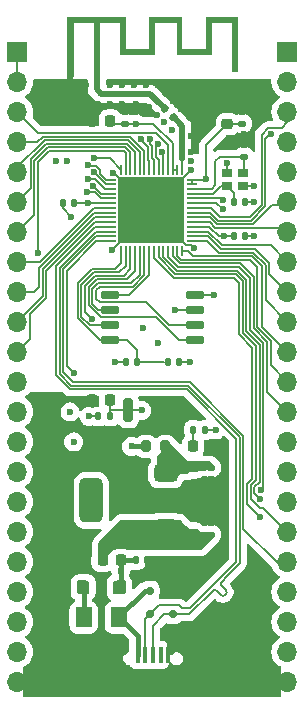
<source format=gbr>
%TF.GenerationSoftware,KiCad,Pcbnew,8.0.8*%
%TF.CreationDate,2025-04-17T09:07:27-03:00*%
%TF.ProjectId,ESP32_DevBoard_Minimal_Electgpl,45535033-325f-4446-9576-426f6172645f,rev?*%
%TF.SameCoordinates,Original*%
%TF.FileFunction,Copper,L1,Top*%
%TF.FilePolarity,Positive*%
%FSLAX46Y46*%
G04 Gerber Fmt 4.6, Leading zero omitted, Abs format (unit mm)*
G04 Created by KiCad (PCBNEW 8.0.8) date 2025-04-17 09:07:27*
%MOMM*%
%LPD*%
G01*
G04 APERTURE LIST*
G04 Aperture macros list*
%AMRoundRect*
0 Rectangle with rounded corners*
0 $1 Rounding radius*
0 $2 $3 $4 $5 $6 $7 $8 $9 X,Y pos of 4 corners*
0 Add a 4 corners polygon primitive as box body*
4,1,4,$2,$3,$4,$5,$6,$7,$8,$9,$2,$3,0*
0 Add four circle primitives for the rounded corners*
1,1,$1+$1,$2,$3*
1,1,$1+$1,$4,$5*
1,1,$1+$1,$6,$7*
1,1,$1+$1,$8,$9*
0 Add four rect primitives between the rounded corners*
20,1,$1+$1,$2,$3,$4,$5,0*
20,1,$1+$1,$4,$5,$6,$7,0*
20,1,$1+$1,$6,$7,$8,$9,0*
20,1,$1+$1,$8,$9,$2,$3,0*%
%AMFreePoly0*
4,1,9,1.050000,0.350000,0.550000,0.000000,0.550000,-0.400000,0.800000,-0.650000,0.800000,-0.800000,-1.050000,-0.800000,-1.050000,0.800000,1.050000,0.800000,1.050000,0.350000,1.050000,0.350000,$1*%
%AMFreePoly1*
4,1,9,1.050000,-0.800000,-0.800000,-0.800000,-0.800000,-0.650000,-0.550000,-0.400000,-0.550000,0.000000,-1.050000,0.350000,-1.050000,0.800000,1.050000,0.800000,1.050000,-0.800000,1.050000,-0.800000,$1*%
G04 Aperture macros list end*
%TA.AperFunction,Conductor*%
%ADD10C,0.200000*%
%TD*%
%TA.AperFunction,EtchedComponent*%
%ADD11C,0.000000*%
%TD*%
%TA.AperFunction,SMDPad,CuDef*%
%ADD12RoundRect,0.140000X-0.140000X-0.170000X0.140000X-0.170000X0.140000X0.170000X-0.140000X0.170000X0*%
%TD*%
%TA.AperFunction,SMDPad,CuDef*%
%ADD13RoundRect,0.140000X0.170000X-0.140000X0.170000X0.140000X-0.170000X0.140000X-0.170000X-0.140000X0*%
%TD*%
%TA.AperFunction,SMDPad,CuDef*%
%ADD14RoundRect,0.225000X0.225000X0.250000X-0.225000X0.250000X-0.225000X-0.250000X0.225000X-0.250000X0*%
%TD*%
%TA.AperFunction,SMDPad,CuDef*%
%ADD15RoundRect,0.135000X0.135000X0.185000X-0.135000X0.185000X-0.135000X-0.185000X0.135000X-0.185000X0*%
%TD*%
%TA.AperFunction,SMDPad,CuDef*%
%ADD16RoundRect,0.140000X-0.170000X0.140000X-0.170000X-0.140000X0.170000X-0.140000X0.170000X0.140000X0*%
%TD*%
%TA.AperFunction,SMDPad,CuDef*%
%ADD17R,0.400000X1.350000*%
%TD*%
%TA.AperFunction,SMDPad,CuDef*%
%ADD18FreePoly0,0.000000*%
%TD*%
%TA.AperFunction,HeatsinkPad*%
%ADD19O,1.000000X1.700000*%
%TD*%
%TA.AperFunction,SMDPad,CuDef*%
%ADD20R,1.900000X1.900000*%
%TD*%
%TA.AperFunction,HeatsinkPad*%
%ADD21O,0.850000X1.700000*%
%TD*%
%TA.AperFunction,SMDPad,CuDef*%
%ADD22FreePoly1,0.000000*%
%TD*%
%TA.AperFunction,SMDPad,CuDef*%
%ADD23RoundRect,0.225000X0.225000X0.375000X-0.225000X0.375000X-0.225000X-0.375000X0.225000X-0.375000X0*%
%TD*%
%TA.AperFunction,SMDPad,CuDef*%
%ADD24RoundRect,0.140000X0.140000X0.170000X-0.140000X0.170000X-0.140000X-0.170000X0.140000X-0.170000X0*%
%TD*%
%TA.AperFunction,SMDPad,CuDef*%
%ADD25R,0.500000X0.500000*%
%TD*%
%TA.AperFunction,SMDPad,CuDef*%
%ADD26R,0.630000X0.500000*%
%TD*%
%TA.AperFunction,SMDPad,CuDef*%
%ADD27RoundRect,0.140000X-0.219203X-0.021213X-0.021213X-0.219203X0.219203X0.021213X0.021213X0.219203X0*%
%TD*%
%TA.AperFunction,SMDPad,CuDef*%
%ADD28RoundRect,0.225000X-0.250000X0.225000X-0.250000X-0.225000X0.250000X-0.225000X0.250000X0.225000X0*%
%TD*%
%TA.AperFunction,SMDPad,CuDef*%
%ADD29RoundRect,0.225000X0.250000X-0.225000X0.250000X0.225000X-0.250000X0.225000X-0.250000X-0.225000X0*%
%TD*%
%TA.AperFunction,SMDPad,CuDef*%
%ADD30RoundRect,0.175000X-0.325000X0.175000X-0.325000X-0.175000X0.325000X-0.175000X0.325000X0.175000X0*%
%TD*%
%TA.AperFunction,SMDPad,CuDef*%
%ADD31RoundRect,0.150000X-0.150000X0.200000X-0.150000X-0.200000X0.150000X-0.200000X0.150000X0.200000X0*%
%TD*%
%TA.AperFunction,ComponentPad*%
%ADD32R,1.700000X1.700000*%
%TD*%
%TA.AperFunction,ComponentPad*%
%ADD33O,1.700000X1.700000*%
%TD*%
%TA.AperFunction,SMDPad,CuDef*%
%ADD34RoundRect,0.135000X-0.135000X-0.185000X0.135000X-0.185000X0.135000X0.185000X-0.135000X0.185000X0*%
%TD*%
%TA.AperFunction,SMDPad,CuDef*%
%ADD35RoundRect,0.200000X0.200000X0.800000X-0.200000X0.800000X-0.200000X-0.800000X0.200000X-0.800000X0*%
%TD*%
%TA.AperFunction,SMDPad,CuDef*%
%ADD36RoundRect,0.140000X0.021213X-0.219203X0.219203X-0.021213X-0.021213X0.219203X-0.219203X0.021213X0*%
%TD*%
%TA.AperFunction,SMDPad,CuDef*%
%ADD37RoundRect,0.218750X0.218750X0.256250X-0.218750X0.256250X-0.218750X-0.256250X0.218750X-0.256250X0*%
%TD*%
%TA.AperFunction,SMDPad,CuDef*%
%ADD38RoundRect,0.225000X-0.225000X-0.250000X0.225000X-0.250000X0.225000X0.250000X-0.225000X0.250000X0*%
%TD*%
%TA.AperFunction,SMDPad,CuDef*%
%ADD39RoundRect,0.200000X0.200000X0.275000X-0.200000X0.275000X-0.200000X-0.275000X0.200000X-0.275000X0*%
%TD*%
%TA.AperFunction,SMDPad,CuDef*%
%ADD40RoundRect,0.250001X0.462499X0.624999X-0.462499X0.624999X-0.462499X-0.624999X0.462499X-0.624999X0*%
%TD*%
%TA.AperFunction,SMDPad,CuDef*%
%ADD41R,0.900000X0.800000*%
%TD*%
%TA.AperFunction,SMDPad,CuDef*%
%ADD42RoundRect,0.375000X0.625000X0.375000X-0.625000X0.375000X-0.625000X-0.375000X0.625000X-0.375000X0*%
%TD*%
%TA.AperFunction,SMDPad,CuDef*%
%ADD43RoundRect,0.500000X0.500000X1.400000X-0.500000X1.400000X-0.500000X-1.400000X0.500000X-1.400000X0*%
%TD*%
%TA.AperFunction,SMDPad,CuDef*%
%ADD44RoundRect,0.150000X0.650000X0.150000X-0.650000X0.150000X-0.650000X-0.150000X0.650000X-0.150000X0*%
%TD*%
%TA.AperFunction,SMDPad,CuDef*%
%ADD45RoundRect,0.050000X-0.050000X0.387500X-0.050000X-0.387500X0.050000X-0.387500X0.050000X0.387500X0*%
%TD*%
%TA.AperFunction,SMDPad,CuDef*%
%ADD46RoundRect,0.050000X-0.387500X0.050000X-0.387500X-0.050000X0.387500X-0.050000X0.387500X0.050000X0*%
%TD*%
%TA.AperFunction,HeatsinkPad*%
%ADD47R,5.600000X5.600000*%
%TD*%
%TA.AperFunction,ViaPad*%
%ADD48C,0.600000*%
%TD*%
%TA.AperFunction,Conductor*%
%ADD49C,0.508000*%
%TD*%
%TA.AperFunction,Conductor*%
%ADD50C,0.152400*%
%TD*%
%TA.AperFunction,Conductor*%
%ADD51C,0.203200*%
%TD*%
%TA.AperFunction,Conductor*%
%ADD52C,0.406400*%
%TD*%
G04 APERTURE END LIST*
D10*
%TO.N,RAW*%
X145161000Y-120590541D02*
X144869398Y-120590541D01*
X144869398Y-119594697D01*
X145161000Y-119594697D01*
X145161000Y-120590541D01*
%TA.AperFunction,Conductor*%
G36*
X145161000Y-120590541D02*
G01*
X144869398Y-120590541D01*
X144869398Y-119594697D01*
X145161000Y-119594697D01*
X145161000Y-120590541D01*
G37*
%TD.AperFunction*%
%TO.N,Net-(D1-A)*%
X142671185Y-120594656D02*
X142367000Y-120594656D01*
X142367000Y-119590583D01*
X142671185Y-119590583D01*
X142671185Y-120594656D01*
%TA.AperFunction,Conductor*%
G36*
X142671185Y-120594656D02*
G01*
X142367000Y-120594656D01*
X142367000Y-119590583D01*
X142671185Y-119590583D01*
X142671185Y-120594656D01*
G37*
%TD.AperFunction*%
%TO.N,GND*%
X140208000Y-77089000D02*
X142494000Y-77089000D01*
X142494000Y-77851000D01*
X140208000Y-77851000D01*
X140208000Y-77089000D01*
%TA.AperFunction,Conductor*%
G36*
X140208000Y-77089000D02*
G01*
X142494000Y-77089000D01*
X142494000Y-77851000D01*
X140208000Y-77851000D01*
X140208000Y-77089000D01*
G37*
%TD.AperFunction*%
D11*
%TA.AperFunction,EtchedComponent*%
%TD*%
%TO.C,AE1*%
G36*
X145832000Y-74410000D02*
G01*
X145832000Y-74470000D01*
X147832000Y-74470000D01*
X147832000Y-71770000D01*
X150632000Y-71770000D01*
X150632000Y-74470000D01*
X152632000Y-74470000D01*
X152632000Y-71770000D01*
X155332000Y-71770000D01*
X155332000Y-76440000D01*
X154832000Y-76440000D01*
X154832000Y-72270000D01*
X153132000Y-72270000D01*
X153132000Y-74970000D01*
X150132000Y-74970000D01*
X150132000Y-72270000D01*
X148332000Y-72270000D01*
X148332000Y-74970000D01*
X145332000Y-74970000D01*
X145332000Y-72270000D01*
X143632000Y-72270000D01*
X143632000Y-77180000D01*
X143132000Y-77180000D01*
X143132000Y-72270000D01*
X141462000Y-72270000D01*
X141462000Y-77180000D01*
X140832000Y-77180000D01*
X140832000Y-76948392D01*
X140832000Y-76926785D01*
X141134417Y-76926785D01*
X141144258Y-76974395D01*
X141168326Y-77016797D01*
X141206269Y-77049581D01*
X141214181Y-77053935D01*
X141256844Y-77066043D01*
X141305363Y-77065300D01*
X141350878Y-77052400D01*
X141369489Y-77041787D01*
X141403132Y-77006553D01*
X141423691Y-76961368D01*
X141430222Y-76911842D01*
X141421782Y-76863583D01*
X141404888Y-76831357D01*
X141369628Y-76798687D01*
X141324318Y-76778592D01*
X141274733Y-76772018D01*
X141226647Y-76779908D01*
X141193755Y-76796814D01*
X141158815Y-76833584D01*
X141139153Y-76878378D01*
X141134417Y-76926785D01*
X140832000Y-76926785D01*
X140832000Y-71770000D01*
X145832000Y-71770000D01*
X145832000Y-74410000D01*
G37*
%TD.AperFunction*%
D12*
%TO.P,C11,1*%
%TO.N,VDD_SPI*%
X149380748Y-101041200D03*
%TO.P,C11,2*%
%TO.N,GND*%
X150340748Y-101041200D03*
%TD*%
D13*
%TO.P,C12,1*%
%TO.N,+3.3V*%
X155702748Y-80820200D03*
%TO.P,C12,2*%
%TO.N,GND*%
X155702748Y-79860200D03*
%TD*%
D14*
%TO.P,C7,1*%
%TO.N,+3.3V*%
X144539748Y-80594200D03*
%TO.P,C7,2*%
%TO.N,GND*%
X142989748Y-80594200D03*
%TD*%
D12*
%TO.P,C9,1*%
%TO.N,+3.3V*%
X154968748Y-90373200D03*
%TO.P,C9,2*%
%TO.N,GND*%
X155928748Y-90373200D03*
%TD*%
D15*
%TO.P,R1,1*%
%TO.N,+3.3V*%
X152554748Y-106756200D03*
%TO.P,R1,2*%
%TO.N,Net-(D3-A)*%
X151534748Y-106756200D03*
%TD*%
D16*
%TO.P,C4,1*%
%TO.N,Net-(U1-VO)*%
X153060748Y-109959200D03*
%TO.P,C4,2*%
%TO.N,GND*%
X153060748Y-110919200D03*
%TD*%
D17*
%TO.P,J1,1,VBUS*%
%TO.N,VBUS*%
X146852748Y-125798200D03*
%TO.P,J1,2,D-*%
%TO.N,D_M*%
X147502748Y-125798200D03*
%TO.P,J1,3,D+*%
%TO.N,D_P*%
X148152748Y-125798200D03*
%TO.P,J1,4,ID*%
%TO.N,unconnected-(J1-ID-Pad4)*%
X148802748Y-125798200D03*
%TO.P,J1,5,GND*%
%TO.N,GND*%
X149452748Y-125798200D03*
D18*
%TO.P,J1,6,Shield*%
X145052748Y-125923200D03*
D19*
X145327748Y-128473200D03*
D20*
X146952748Y-128473200D03*
X149352748Y-128473200D03*
D21*
X150977748Y-128473200D03*
D22*
X151252748Y-125923200D03*
%TD*%
D14*
%TO.P,C14,1*%
%TO.N,CHIP_PU*%
X144539748Y-104216200D03*
%TO.P,C14,2*%
%TO.N,GND*%
X142989748Y-104216200D03*
%TD*%
D23*
%TO.P,D1,1,K*%
%TO.N,RAW*%
X145414748Y-120091200D03*
%TO.P,D1,2,A*%
%TO.N,Net-(D1-A)*%
X142114748Y-120091200D03*
%TD*%
D13*
%TO.P,C17,1*%
%TO.N,Net-(U2-XTAL_P)*%
X155829748Y-83614200D03*
%TO.P,C17,2*%
%TO.N,GND*%
X155829748Y-82654200D03*
%TD*%
D24*
%TO.P,C6,1*%
%TO.N,+3.3V*%
X141450748Y-87579200D03*
%TO.P,C6,2*%
%TO.N,GND*%
X140490748Y-87579200D03*
%TD*%
D25*
%TO.P,AE1,1,A*%
%TO.N,Net-(AE1-A)*%
X143382000Y-76930000D03*
D26*
%TO.P,AE1,2,Shield*%
%TO.N,GND*%
X141147000Y-76930000D03*
%TD*%
D13*
%TO.P,C8,1*%
%TO.N,+3.3V*%
X145796748Y-80820200D03*
%TO.P,C8,2*%
%TO.N,GND*%
X145796748Y-79860200D03*
%TD*%
D27*
%TO.P,L1,1,1*%
%TO.N,Net-(AE1-A)*%
X149140337Y-79619789D03*
%TO.P,L1,2,2*%
%TO.N,Net-(U2-LNA_IN{slash}RF)*%
X149819159Y-80298611D03*
%TD*%
D28*
%TO.P,C5,1*%
%TO.N,Net-(U1-VO)*%
X151536748Y-109918200D03*
%TO.P,C5,2*%
%TO.N,GND*%
X151536748Y-111468200D03*
%TD*%
D29*
%TO.P,C2,1*%
%TO.N,Net-(U1-VI)*%
X151536748Y-115532200D03*
%TO.P,C2,2*%
%TO.N,GND*%
X151536748Y-113982200D03*
%TD*%
D30*
%TO.P,D2,1,A*%
%TO.N,GND*%
X149594748Y-120361200D03*
D31*
%TO.P,D2,2,K*%
%TO.N,VBUS*%
X147894748Y-120361200D03*
%TO.P,D2,3,K*%
%TO.N,D_M*%
X147894748Y-122361200D03*
%TO.P,D2,4,K*%
%TO.N,D_P*%
X149794748Y-122361200D03*
%TD*%
D32*
%TO.P,J3,1,Pin_1*%
%TO.N,GND*%
X159512748Y-74752200D03*
D33*
%TO.P,J3,2,Pin_2*%
%TO.N,TXD*%
X159512748Y-77292200D03*
%TO.P,J3,3,Pin_3*%
%TO.N,RXD*%
X159512748Y-79832200D03*
%TO.P,J3,4,Pin_4*%
%TO.N,GPIO1*%
X159512748Y-82372200D03*
%TO.P,J3,5,Pin_5*%
%TO.N,GPIO2*%
X159512748Y-84912200D03*
%TO.P,J3,6,Pin_6*%
%TO.N,GPIO42*%
X159512748Y-87452200D03*
%TO.P,J3,7,Pin_7*%
%TO.N,GPIO41*%
X159512748Y-89992200D03*
%TO.P,J3,8,Pin_8*%
%TO.N,GPIO40*%
X159512748Y-92532200D03*
%TO.P,J3,9,Pin_9*%
%TO.N,GPIO39*%
X159512748Y-95072200D03*
%TO.P,J3,10,Pin_10*%
%TO.N,GPIO38*%
X159512748Y-97612200D03*
%TO.P,J3,11,Pin_11*%
%TO.N,GPIO37*%
X159512748Y-100152200D03*
%TO.P,J3,12,Pin_12*%
%TO.N,GPIO36*%
X159512748Y-102692200D03*
%TO.P,J3,13,Pin_13*%
%TO.N,GPIO35*%
X159512748Y-105232200D03*
%TO.P,J3,14,Pin_14*%
%TO.N,GPIO0*%
X159512748Y-107772200D03*
%TO.P,J3,15,Pin_15*%
%TO.N,GPIO45*%
X159512748Y-110312200D03*
%TO.P,J3,16,Pin_16*%
%TO.N,GPIO48*%
X159512748Y-112852200D03*
%TO.P,J3,17,Pin_17*%
%TO.N,GPIO47*%
X159512748Y-115392200D03*
%TO.P,J3,18,Pin_18*%
%TO.N,GPIO21*%
X159512748Y-117932200D03*
%TO.P,J3,19,Pin_19*%
%TO.N,GPIO33*%
X159512748Y-120472200D03*
%TO.P,J3,20,Pin_20*%
%TO.N,GPIO34*%
X159512748Y-123012200D03*
%TO.P,J3,21,Pin_21*%
%TO.N,RAW*%
X159512748Y-125552200D03*
%TO.P,J3,22,Pin_22*%
%TO.N,GND*%
X159512748Y-128092200D03*
%TD*%
D13*
%TO.P,C3,1*%
%TO.N,Net-(U1-VI)*%
X153060748Y-115618200D03*
%TO.P,C3,2*%
%TO.N,GND*%
X153060748Y-114658200D03*
%TD*%
D12*
%TO.P,C1,1*%
%TO.N,RAW*%
X146713748Y-117805200D03*
%TO.P,C1,2*%
%TO.N,GND*%
X147673748Y-117805200D03*
%TD*%
D29*
%TO.P,C13,1*%
%TO.N,+3.3V*%
X154432748Y-80861200D03*
%TO.P,C13,2*%
%TO.N,GND*%
X154432748Y-79311200D03*
%TD*%
D32*
%TO.P,J2,1,Pin_1*%
%TO.N,+3.3V*%
X136652748Y-74752200D03*
D33*
%TO.P,J2,2,Pin_2*%
X136652748Y-77292200D03*
%TO.P,J2,3,Pin_3*%
%TO.N,CHIP_PU*%
X136652748Y-79832200D03*
%TO.P,J2,4,Pin_4*%
%TO.N,GPIO4*%
X136652748Y-82372200D03*
%TO.P,J2,5,Pin_5*%
%TO.N,GPIO5*%
X136652748Y-84912200D03*
%TO.P,J2,6,Pin_6*%
%TO.N,GPIO6*%
X136652748Y-87452200D03*
%TO.P,J2,7,Pin_7*%
%TO.N,GPIO7*%
X136652748Y-89992200D03*
%TO.P,J2,8,Pin_8*%
%TO.N,GPIO15*%
X136652748Y-92532200D03*
%TO.P,J2,9,Pin_9*%
%TO.N,GPIO16*%
X136652748Y-95072200D03*
%TO.P,J2,10,Pin_10*%
%TO.N,GPIO17*%
X136652748Y-97612200D03*
%TO.P,J2,11,Pin_11*%
%TO.N,GPIO18*%
X136652748Y-100152200D03*
%TO.P,J2,12,Pin_12*%
%TO.N,GPIO8*%
X136652748Y-102692200D03*
%TO.P,J2,13,Pin_13*%
%TO.N,GPIO3*%
X136652748Y-105232200D03*
%TO.P,J2,14,Pin_14*%
%TO.N,GPIO46*%
X136652748Y-107772200D03*
%TO.P,J2,15,Pin_15*%
%TO.N,GPIO9*%
X136652748Y-110312200D03*
%TO.P,J2,16,Pin_16*%
%TO.N,GPIO10*%
X136652748Y-112852200D03*
%TO.P,J2,17,Pin_17*%
%TO.N,GPIO11*%
X136652748Y-115392200D03*
%TO.P,J2,18,Pin_18*%
%TO.N,GPIO12*%
X136652748Y-117932200D03*
%TO.P,J2,19,Pin_19*%
%TO.N,GPIO13*%
X136652748Y-120472200D03*
%TO.P,J2,20,Pin_20*%
%TO.N,GPIO14*%
X136652748Y-123012200D03*
%TO.P,J2,21,Pin_21*%
%TO.N,GPIO26*%
X136652748Y-125552200D03*
%TO.P,J2,22,Pin_22*%
%TO.N,GND*%
X136652748Y-128092200D03*
%TD*%
D24*
%TO.P,C10,1*%
%TO.N,VDD_SPI*%
X146784748Y-101041200D03*
%TO.P,C10,2*%
%TO.N,GND*%
X145824748Y-101041200D03*
%TD*%
D34*
%TO.P,R2,1*%
%TO.N,+3.3V*%
X143508748Y-105613200D03*
%TO.P,R2,2*%
%TO.N,CHIP_PU*%
X144528748Y-105613200D03*
%TD*%
D35*
%TO.P,SW1,1,1*%
%TO.N,GND*%
X150250748Y-105105200D03*
%TO.P,SW1,2,2*%
%TO.N,CHIP_PU*%
X146050748Y-105105200D03*
%TD*%
D36*
%TO.P,C15,1*%
%TO.N,Net-(AE1-A)*%
X148505337Y-78901611D03*
%TO.P,C15,2*%
%TO.N,GND*%
X149184159Y-78222789D03*
%TD*%
D37*
%TO.P,D3,1,K*%
%TO.N,GND*%
X153086248Y-108153200D03*
%TO.P,D3,2,A*%
%TO.N,Net-(D3-A)*%
X151511248Y-108153200D03*
%TD*%
D38*
%TO.P,PFB1,1*%
%TO.N,Net-(U1-VI)*%
X143878748Y-117805200D03*
%TO.P,PFB1,2*%
%TO.N,RAW*%
X145428748Y-117805200D03*
%TD*%
D39*
%TO.P,JMP1,1*%
%TO.N,Net-(U1-VO)*%
X149186748Y-108153200D03*
%TO.P,JMP1,2*%
%TO.N,+3.3V*%
X147536748Y-108153200D03*
%TD*%
D40*
%TO.P,F1,1*%
%TO.N,VBUS*%
X145252248Y-122631200D03*
%TO.P,F1,2*%
%TO.N,Net-(D1-A)*%
X142277248Y-122631200D03*
%TD*%
D36*
%TO.P,L2,1,1*%
%TO.N,Net-(U2-LNA_IN{slash}RF)*%
X150537337Y-80933611D03*
%TO.P,L2,2,2*%
%TO.N,GND*%
X151216159Y-80254789D03*
%TD*%
D41*
%TO.P,Y1,1,1*%
%TO.N,Net-(U2-XTAL_N)*%
X154367748Y-86097200D03*
%TO.P,Y1,2,2*%
%TO.N,GND*%
X155767748Y-86097200D03*
%TO.P,Y1,3,3*%
%TO.N,Net-(U2-XTAL_P)*%
X155767748Y-84997200D03*
%TO.P,Y1,4,4*%
%TO.N,GND*%
X154367748Y-84997200D03*
%TD*%
D12*
%TO.P,C16,1*%
%TO.N,Net-(U2-XTAL_N)*%
X154968748Y-87452200D03*
%TO.P,C16,2*%
%TO.N,GND*%
X155928748Y-87452200D03*
%TD*%
D42*
%TO.P,U1,1,VI*%
%TO.N,Net-(U1-VI)*%
X149225748Y-115025200D03*
%TO.P,U1,2,GND*%
%TO.N,GND*%
X149225748Y-112725200D03*
%TO.P,U1,3,VO*%
%TO.N,Net-(U1-VO)*%
X149225748Y-110425200D03*
D43*
%TO.P,U1,4*%
%TO.N,N/C*%
X142925748Y-112725200D03*
%TD*%
D44*
%TO.P,U3,1,~{CS}*%
%TO.N,SPICS0*%
X151726748Y-99136200D03*
%TO.P,U3,2,DO*%
%TO.N,SPIQ*%
X151726748Y-97866200D03*
%TO.P,U3,3,~{WP}*%
%TO.N,SPIWP*%
X151726748Y-96596200D03*
%TO.P,U3,4,GND*%
%TO.N,GND*%
X151726748Y-95326200D03*
%TO.P,U3,5,DI*%
%TO.N,SPID*%
X144526748Y-95326200D03*
%TO.P,U3,6,CLK*%
%TO.N,SPICLK*%
X144526748Y-96596200D03*
%TO.P,U3,7,~{RESET}*%
%TO.N,SPIHD*%
X144526748Y-97866200D03*
%TO.P,U3,8,VCC*%
%TO.N,VDD_SPI*%
X144526748Y-99136200D03*
%TD*%
D45*
%TO.P,U2,1,LNA_IN/RF*%
%TO.N,Net-(U2-LNA_IN{slash}RF)*%
X150614748Y-84714700D03*
%TO.P,U2,2,VDD3P3*%
%TO.N,+3.3V*%
X150214748Y-84714700D03*
%TO.P,U2,3,VDD3P3*%
X149814748Y-84714700D03*
%TO.P,U2,4,CHIP_PU/RESET*%
%TO.N,CHIP_PU*%
X149414748Y-84714700D03*
%TO.P,U2,5,GPIO0/BOOT*%
%TO.N,GPIO0*%
X149014748Y-84714700D03*
%TO.P,U2,6,GPIO1/ADC1_CH0*%
%TO.N,GPIO1*%
X148614748Y-84714700D03*
%TO.P,U2,7,GPIO2/ADC1_CH1*%
%TO.N,GPIO2*%
X148214748Y-84714700D03*
%TO.P,U2,8,GPIO3/ADC1_CH2*%
%TO.N,GPIO3*%
X147814748Y-84714700D03*
%TO.P,U2,9,GPIO4/ADC1_CH3*%
%TO.N,GPIO4*%
X147414748Y-84714700D03*
%TO.P,U2,10,GPIO5/ADC1_CH4*%
%TO.N,GPIO5*%
X147014748Y-84714700D03*
%TO.P,U2,11,GPIO6/ADC1_CH5*%
%TO.N,GPIO6*%
X146614748Y-84714700D03*
%TO.P,U2,12,GPIO7/ADC1_CH6*%
%TO.N,GPIO7*%
X146214748Y-84714700D03*
%TO.P,U2,13,GPIO8/ADC1_CH7*%
%TO.N,GPIO8*%
X145814748Y-84714700D03*
%TO.P,U2,14,GPIO9/ADC1_CH8*%
%TO.N,GPIO9*%
X145414748Y-84714700D03*
D46*
%TO.P,U2,15,GPIO10/ADC1_CH9*%
%TO.N,GPIO10*%
X144577248Y-85552200D03*
%TO.P,U2,16,GPIO11/ADC2_CH0*%
%TO.N,GPIO11*%
X144577248Y-85952200D03*
%TO.P,U2,17,GPIO12/ADC2_CH1*%
%TO.N,GPIO12*%
X144577248Y-86352200D03*
%TO.P,U2,18,GPIO13/ADC2_CH2*%
%TO.N,GPIO13*%
X144577248Y-86752200D03*
%TO.P,U2,19,GPIO14/ADC2_CH3*%
%TO.N,GPIO14*%
X144577248Y-87152200D03*
%TO.P,U2,20,VDD3P3_RTC*%
%TO.N,+3.3V*%
X144577248Y-87552200D03*
%TO.P,U2,21,GPIO15/ADC2_CH4/XTAL_32K_P*%
%TO.N,GPIO15*%
X144577248Y-87952200D03*
%TO.P,U2,22,GPIO16/ADC2_CH5/XTAL_32K_N*%
%TO.N,GPIO16*%
X144577248Y-88352200D03*
%TO.P,U2,23,GPIO17/ADC2_CH6*%
%TO.N,GPIO17*%
X144577248Y-88752200D03*
%TO.P,U2,24,GPIO18/ADC2_CH7*%
%TO.N,GPIO18*%
X144577248Y-89152200D03*
%TO.P,U2,25,GPIO19/USB_D-/ADC2_CH8*%
%TO.N,D_M*%
X144577248Y-89552200D03*
%TO.P,U2,26,GPIO20/USB_D+/ADC2_CH9*%
%TO.N,D_P*%
X144577248Y-89952200D03*
%TO.P,U2,27,GPIO21*%
%TO.N,GPIO21*%
X144577248Y-90352200D03*
%TO.P,U2,28,SPI_CS1/GPIO26*%
%TO.N,GPIO26*%
X144577248Y-90752200D03*
D45*
%TO.P,U2,29,VDD_SPI*%
%TO.N,VDD_SPI*%
X145414748Y-91589700D03*
%TO.P,U2,30,SPIHD/GPIO27*%
%TO.N,SPIHD*%
X145814748Y-91589700D03*
%TO.P,U2,31,SPIWP/GPIO28*%
%TO.N,SPIWP*%
X146214748Y-91589700D03*
%TO.P,U2,32,SPICS0/GPIO29*%
%TO.N,SPICS0*%
X146614748Y-91589700D03*
%TO.P,U2,33,SPICLK/GPIO30*%
%TO.N,SPICLK*%
X147014748Y-91589700D03*
%TO.P,U2,34,SPIQ/GPIO31*%
%TO.N,SPIQ*%
X147414748Y-91589700D03*
%TO.P,U2,35,SPID/GPIO32*%
%TO.N,SPID*%
X147814748Y-91589700D03*
%TO.P,U2,36,SPICLK_N/GPIO48*%
%TO.N,GPIO48*%
X148214748Y-91589700D03*
%TO.P,U2,37,SPICLK_P/GPIO47*%
%TO.N,GPIO47*%
X148614748Y-91589700D03*
%TO.P,U2,38,GPIO33*%
%TO.N,GPIO33*%
X149014748Y-91589700D03*
%TO.P,U2,39,GPIO34*%
%TO.N,GPIO34*%
X149414748Y-91589700D03*
%TO.P,U2,40,GPIO35*%
%TO.N,GPIO35*%
X149814748Y-91589700D03*
%TO.P,U2,41,GPIO36*%
%TO.N,GPIO36*%
X150214748Y-91589700D03*
%TO.P,U2,42,GPIO37*%
%TO.N,GPIO37*%
X150614748Y-91589700D03*
D46*
%TO.P,U2,43,GPIO38*%
%TO.N,GPIO38*%
X151452248Y-90752200D03*
%TO.P,U2,44,MTCK/JTAG/GPIO39*%
%TO.N,GPIO39*%
X151452248Y-90352200D03*
%TO.P,U2,45,MTDO/JTAG/GPIO40*%
%TO.N,GPIO40*%
X151452248Y-89952200D03*
%TO.P,U2,46,VDD3P3_CPU*%
%TO.N,+3.3V*%
X151452248Y-89552200D03*
%TO.P,U2,47,MTDI/JTAG/GPIO41*%
%TO.N,GPIO41*%
X151452248Y-89152200D03*
%TO.P,U2,48,MTMS/JTAG/GPIO42*%
%TO.N,GPIO42*%
X151452248Y-88752200D03*
%TO.P,U2,49,U0TXD/PROG/GPIO43*%
%TO.N,TXD*%
X151452248Y-88352200D03*
%TO.P,U2,50,U0RXD/PROG/GPIO44*%
%TO.N,RXD*%
X151452248Y-87952200D03*
%TO.P,U2,51,GPIO45*%
%TO.N,GPIO45*%
X151452248Y-87552200D03*
%TO.P,U2,52,GPIO46*%
%TO.N,GPIO46*%
X151452248Y-87152200D03*
%TO.P,U2,53,XTAL_N*%
%TO.N,Net-(U2-XTAL_N)*%
X151452248Y-86752200D03*
%TO.P,U2,54,XTAL_P*%
%TO.N,Net-(U2-XTAL_P)*%
X151452248Y-86352200D03*
%TO.P,U2,55,VDDA*%
%TO.N,+3.3V*%
X151452248Y-85952200D03*
%TO.P,U2,56,VDDA*%
X151452248Y-85552200D03*
D47*
%TO.P,U2,57,GND*%
%TO.N,GND*%
X148014748Y-88152200D03*
%TD*%
D48*
%TO.N,+3.3V*%
X146329748Y-108153200D03*
X142621748Y-87552200D03*
X146685748Y-80820200D03*
X152654748Y-85547200D03*
X154178748Y-90373200D03*
X153441748Y-106756200D03*
X142748748Y-105613200D03*
%TO.N,GND*%
X142327748Y-128116950D03*
X146077748Y-113116950D03*
X156077748Y-128116950D03*
X149098748Y-80721200D03*
X146685000Y-79121000D03*
X143002748Y-125933200D03*
X148590748Y-77546200D03*
X151077748Y-118116950D03*
X152327748Y-118116950D03*
X150495748Y-79578200D03*
X152654748Y-77546200D03*
X144526748Y-79121000D03*
X152019748Y-112725200D03*
X153289748Y-125933200D03*
X153577748Y-121866950D03*
X154686748Y-77546200D03*
X153577748Y-123116950D03*
X157327748Y-128116950D03*
X146077748Y-111866950D03*
X148463748Y-80086200D03*
X148590748Y-117805200D03*
X143577748Y-119366950D03*
X154432748Y-84142800D03*
X156077748Y-123116950D03*
X156718748Y-77546200D03*
X154827748Y-123116950D03*
X146685748Y-79832200D03*
X150622748Y-77546200D03*
X142327748Y-124366950D03*
X151638748Y-77546200D03*
X153577748Y-128116950D03*
X144827748Y-111866950D03*
X151638748Y-91389200D03*
X144653748Y-91516200D03*
X149606748Y-119329200D03*
X148014748Y-88152200D03*
X155702748Y-77546200D03*
X156718000Y-86106000D03*
X141859748Y-80594200D03*
X145542748Y-77546200D03*
X152908748Y-113614200D03*
X154827748Y-128116950D03*
X144827748Y-109366950D03*
X156718748Y-90373200D03*
X144526748Y-77546200D03*
X144827748Y-113116950D03*
X153289748Y-95326200D03*
X142327748Y-109366950D03*
X151384748Y-84785200D03*
X141217525Y-88714977D03*
X145542000Y-79121000D03*
X151384748Y-83205600D03*
X151077748Y-119366950D03*
X141077748Y-126866950D03*
X157734748Y-77546200D03*
X146558748Y-77546200D03*
X149860748Y-78943200D03*
X157327748Y-126866950D03*
X149606748Y-77546200D03*
X156077748Y-120616950D03*
X152327748Y-123116950D03*
X138430748Y-77546200D03*
X142032748Y-104195320D03*
X140843748Y-84023200D03*
X151384748Y-81843600D03*
X141077748Y-128116950D03*
X139827748Y-128116950D03*
X142494748Y-77546200D03*
X152327748Y-128116950D03*
X143510748Y-79121000D03*
X146077748Y-110616950D03*
X138577748Y-126866950D03*
X140462748Y-77546200D03*
X150622748Y-78816200D03*
X143577748Y-128116950D03*
X139827748Y-126866950D03*
X151257748Y-101041200D03*
X154203748Y-108153200D03*
X151130748Y-112725200D03*
X149733748Y-81356200D03*
X144780748Y-84999800D03*
X143577748Y-109366950D03*
X151384748Y-105105200D03*
X144827748Y-110616950D03*
X148577748Y-99366950D03*
X147327748Y-113116950D03*
X154827748Y-121866950D03*
X156718748Y-87452200D03*
X142327748Y-115616950D03*
X152908748Y-112725200D03*
X143577748Y-120616950D03*
X151892748Y-79705200D03*
X155829748Y-81737200D03*
X154827748Y-126866950D03*
X156077748Y-126866950D03*
X147327748Y-110616950D03*
X141478748Y-77546200D03*
X147327748Y-98116950D03*
X141077748Y-125616950D03*
X151384748Y-84023200D03*
X144907748Y-101041200D03*
X147828748Y-79451200D03*
X155448748Y-79070200D03*
X152908748Y-111836200D03*
X147574748Y-77546200D03*
X153670748Y-77546200D03*
X138577748Y-128116950D03*
X139954748Y-84023200D03*
X142327748Y-116866950D03*
X142494748Y-78943200D03*
X156077748Y-119366950D03*
X147327748Y-111866950D03*
X142327748Y-118116950D03*
X139446748Y-77546200D03*
X156077748Y-121866950D03*
X149479748Y-124028200D03*
%TO.N,CHIP_PU*%
X147193748Y-105105200D03*
%TO.N,RAW*%
X145414748Y-118694200D03*
%TO.N,GPIO0*%
X148886148Y-83214655D03*
%TO.N,SPIWP*%
X149987748Y-96596200D03*
X143002748Y-97337600D03*
%TO.N,GPIO14*%
X142562651Y-86622297D03*
%TO.N,TXD*%
X158115748Y-81737200D03*
%TO.N,GPIO13*%
X143094681Y-86090268D03*
%TO.N,GPIO12*%
X142601597Y-85482621D03*
%TO.N,GPIO45*%
X154051748Y-88087200D03*
%TO.N,GPIO2*%
X147898511Y-82138800D03*
%TO.N,GPIO26*%
X141423148Y-101930200D03*
%TO.N,GPIO10*%
X142600908Y-84304399D03*
%TO.N,GPIO8*%
X138430748Y-91770200D03*
%TO.N,GPIO3*%
X147146108Y-82138800D03*
X141118348Y-105232200D03*
%TO.N,GPIO9*%
X143129748Y-83769200D03*
%TO.N,GPIO34*%
X157247348Y-111836200D03*
%TO.N,GPIO46*%
X141423148Y-107772200D03*
X154051748Y-87325200D03*
%TO.N,GPIO48*%
X157226748Y-114122200D03*
%TO.N,GPIO11*%
X143136419Y-84953400D03*
%TO.N,GPIO33*%
X157222952Y-112598200D03*
%TO.N,GPIO1*%
X148563023Y-82535170D03*
%TD*%
D49*
%TO.N,Net-(AE1-A)*%
X143764748Y-78308200D02*
X143383748Y-77927200D01*
D50*
X143383748Y-77103800D02*
X143382748Y-77103800D01*
D49*
X149140337Y-79536611D02*
X148505337Y-78901611D01*
D50*
X143383748Y-77216000D02*
X143383748Y-77103800D01*
D49*
X143383748Y-77927200D02*
X143383748Y-77216000D01*
D50*
X149140337Y-79619789D02*
X149140337Y-79536611D01*
D49*
X147911926Y-78308200D02*
X143764748Y-78308200D01*
X148505337Y-78901611D02*
X147911926Y-78308200D01*
D51*
%TO.N,+3.3V*%
X142621748Y-87552200D02*
X141477748Y-87552200D01*
X154473748Y-80820200D02*
X154432748Y-80861200D01*
D10*
X136652748Y-74752200D02*
X136652748Y-77292200D01*
D51*
X144577248Y-87552200D02*
X142621748Y-87552200D01*
X154968748Y-90373200D02*
X154178748Y-90373200D01*
X152654748Y-82639200D02*
X154432748Y-80861200D01*
X152654748Y-85547200D02*
X152654748Y-82639200D01*
X143508748Y-105613200D02*
X142748748Y-105613200D01*
D10*
X145796748Y-80820200D02*
X144765748Y-80820200D01*
D51*
X151452248Y-85952200D02*
X151452248Y-85552200D01*
X154178748Y-90373200D02*
X153688618Y-90373200D01*
D10*
X146685748Y-80820200D02*
X145796748Y-80820200D01*
X149987748Y-84714700D02*
X149814748Y-84714700D01*
X136652748Y-74752200D02*
X137252748Y-75352200D01*
D51*
X152649748Y-85552200D02*
X152654748Y-85547200D01*
D10*
X144765748Y-80820200D02*
X144539748Y-80594200D01*
X150214748Y-84714700D02*
X149987748Y-84714700D01*
X149814748Y-84714700D02*
X149814748Y-83770800D01*
X136906748Y-77292200D02*
X136652748Y-77292200D01*
D51*
X155702748Y-80820200D02*
X154473748Y-80820200D01*
D10*
X149814748Y-84714700D02*
X149814748Y-82453200D01*
D51*
X152867618Y-89552200D02*
X151452248Y-89552200D01*
X153688618Y-90373200D02*
X152867618Y-89552200D01*
X151452248Y-85552200D02*
X152649748Y-85552200D01*
D10*
X149814748Y-82453200D02*
X148181748Y-80820200D01*
D51*
X152554748Y-106756200D02*
X153441748Y-106756200D01*
X141477748Y-87552200D02*
X141450748Y-87579200D01*
D10*
X148181748Y-80820200D02*
X146685748Y-80820200D01*
D52*
X147536748Y-108153200D02*
X146329748Y-108153200D01*
D50*
%TO.N,GND*%
X149594748Y-119341200D02*
X149606748Y-119329200D01*
X149452748Y-125798200D02*
X149452748Y-124055200D01*
X145052748Y-125923200D02*
X143012748Y-125923200D01*
X146952748Y-128473200D02*
X145052748Y-126573200D01*
X144866962Y-84999800D02*
X144780748Y-84999800D01*
X146952748Y-128473200D02*
X145327748Y-128473200D01*
X154367748Y-84207800D02*
X154432748Y-84142800D01*
X151726748Y-95326200D02*
X153289748Y-95326200D01*
X155767748Y-86097200D02*
X156709200Y-86097200D01*
X151262748Y-125933200D02*
X151252748Y-125923200D01*
X155829748Y-82654200D02*
X155829748Y-81737200D01*
X153289748Y-125933200D02*
X151262748Y-125933200D01*
X151252748Y-126573200D02*
X151252748Y-125923200D01*
X148014748Y-88152200D02*
X148017748Y-88152200D01*
X154432748Y-79311200D02*
X155207748Y-79311200D01*
X146952748Y-128473200D02*
X149352748Y-128473200D01*
X149352748Y-128473200D02*
X151252748Y-126573200D01*
X142989748Y-80594200D02*
X141859748Y-80594200D01*
X140490748Y-87988200D02*
X141217525Y-88714977D01*
X142053628Y-104216200D02*
X142032748Y-104195320D01*
X151330348Y-91080800D02*
X151638748Y-91389200D01*
X150943348Y-91080800D02*
X151330348Y-91080800D01*
X148014748Y-88155200D02*
X144653748Y-91516200D01*
X149452748Y-124055200D02*
X149479748Y-124028200D01*
X150340748Y-101041200D02*
X151257748Y-101041200D01*
X145052748Y-126573200D02*
X145052748Y-125923200D01*
X148014748Y-88152200D02*
X148014748Y-88155200D01*
X143012748Y-125923200D02*
X143002748Y-125933200D01*
X148017748Y-88152200D02*
X151384748Y-84785200D01*
X145796748Y-79860200D02*
X146657748Y-79860200D01*
X155928748Y-90373200D02*
X156718748Y-90373200D01*
X156709200Y-86097200D02*
X156718000Y-86106000D01*
X148014748Y-88147586D02*
X144866962Y-84999800D01*
X154367748Y-84997200D02*
X154367748Y-84207800D01*
X146657748Y-79860200D02*
X146685748Y-79832200D01*
X142989748Y-104216200D02*
X142053628Y-104216200D01*
X140490748Y-87579200D02*
X140490748Y-87988200D01*
X149352748Y-128473200D02*
X150977748Y-128473200D01*
X147673748Y-117805200D02*
X148590748Y-117805200D01*
X155702748Y-79860200D02*
X155702748Y-79324200D01*
X155702748Y-79324200D02*
X155448748Y-79070200D01*
X153086248Y-108153200D02*
X154203748Y-108153200D01*
X148014748Y-88152200D02*
X150943348Y-91080800D01*
X149594748Y-120361200D02*
X149594748Y-119341200D01*
X145824748Y-101041200D02*
X144907748Y-101041200D01*
X155207748Y-79311200D02*
X155448748Y-79070200D01*
X150250748Y-105105200D02*
X151384748Y-105105200D01*
X148014748Y-88152200D02*
X148014748Y-88147586D01*
X155928748Y-87452200D02*
X156718748Y-87452200D01*
%TO.N,VDD_SPI*%
X143622742Y-99136200D02*
X144526748Y-99136200D01*
X145923748Y-99136200D02*
X146784748Y-99997200D01*
X145414748Y-91589700D02*
X145414748Y-92584000D01*
X141783548Y-94313192D02*
X141783548Y-97297006D01*
X145414748Y-92584000D02*
X144907748Y-93091000D01*
X143005740Y-93091000D02*
X141783548Y-94313192D01*
X144526748Y-99136200D02*
X145923748Y-99136200D01*
X146784748Y-99997200D02*
X146784748Y-101041200D01*
X144907748Y-93091000D02*
X143005740Y-93091000D01*
X141783548Y-97297006D02*
X143622742Y-99136200D01*
D10*
X147079748Y-101041200D02*
X149085748Y-101041200D01*
D50*
%TO.N,CHIP_PU*%
X144539748Y-104216200D02*
X144539748Y-105602200D01*
X146050748Y-105105200D02*
X144539748Y-105105200D01*
X147193748Y-105105200D02*
X146050748Y-105105200D01*
X144539748Y-105105200D02*
X144528748Y-105116200D01*
X144528748Y-105116200D02*
X144528748Y-105613200D01*
X148385607Y-81610200D02*
X138430748Y-81610200D01*
X144539748Y-105602200D02*
X144528748Y-105613200D01*
X138430748Y-81610200D02*
X136652748Y-79832200D01*
X149414748Y-82639341D02*
X148385607Y-81610200D01*
X149414748Y-84714700D02*
X149414748Y-82639341D01*
%TO.N,Net-(U2-XTAL_N)*%
X154367748Y-86097200D02*
X153882748Y-86097200D01*
X153227748Y-86752200D02*
X151452248Y-86752200D01*
X154968748Y-86698200D02*
X154367748Y-86097200D01*
X153882748Y-86097200D02*
X153227748Y-86752200D01*
X154968748Y-87452200D02*
X154968748Y-86698200D01*
%TO.N,Net-(U2-XTAL_P)*%
X151452248Y-86352200D02*
X153119748Y-86352200D01*
X155829748Y-84935200D02*
X155767748Y-84997200D01*
X153416748Y-84023200D02*
X153825748Y-83614200D01*
X153825748Y-83614200D02*
X155829748Y-83614200D01*
X153416748Y-86055200D02*
X153416748Y-84023200D01*
X155829748Y-83614200D02*
X155829748Y-84935200D01*
X153119748Y-86352200D02*
X153416748Y-86055200D01*
D52*
%TO.N,RAW*%
X145414748Y-120091200D02*
X145414748Y-118694200D01*
X145414748Y-118694200D02*
X145414748Y-117884700D01*
X145494248Y-117805200D02*
X146713748Y-117805200D01*
D10*
X145414748Y-117884700D02*
X145494248Y-117805200D01*
D50*
%TO.N,Net-(D3-A)*%
X151534748Y-106756200D02*
X151534748Y-108129700D01*
X151534748Y-108129700D02*
X151511248Y-108153200D01*
%TO.N,D_M*%
X139929348Y-102131904D02*
X141111196Y-103313752D01*
X151017196Y-103313752D02*
X155194748Y-107491304D01*
X150368748Y-121615200D02*
X148640748Y-121615200D01*
X155194748Y-117932200D02*
X151257748Y-121869200D01*
X139929348Y-92884808D02*
X139929348Y-102131904D01*
X144577248Y-89552200D02*
X143261956Y-89552200D01*
X155194748Y-107491304D02*
X155194748Y-117932200D01*
X143261956Y-89552200D02*
X139929348Y-92884808D01*
X148640748Y-121615200D02*
X147894748Y-122361200D01*
X141111196Y-103313752D02*
X151017196Y-103313752D01*
D10*
X147502748Y-125798200D02*
X147502748Y-122753200D01*
D50*
X150622748Y-121869200D02*
X150368748Y-121615200D01*
X151257748Y-121869200D02*
X150622748Y-121869200D01*
D10*
X147502748Y-122753200D02*
X147894748Y-122361200D01*
%TO.N,VBUS*%
X145252248Y-122631200D02*
X145252248Y-122540700D01*
D52*
X146852748Y-124231700D02*
X145252248Y-122631200D01*
X146852748Y-125798200D02*
X146852748Y-124231700D01*
X145252248Y-122540700D02*
X147431748Y-120361200D01*
X147431748Y-120361200D02*
X147894748Y-120361200D01*
D50*
%TO.N,D_P*%
X153523679Y-120373732D02*
X153891374Y-120741427D01*
X154230785Y-120741427D02*
X154315637Y-120656574D01*
X155499548Y-118058452D02*
X155499548Y-107365052D01*
X143293008Y-89952200D02*
X144577248Y-89952200D01*
X149794748Y-122361200D02*
X151196800Y-122361200D01*
X154315637Y-120317162D02*
X153947941Y-119949466D01*
D10*
X148152748Y-125798200D02*
X148152748Y-123323200D01*
X149114748Y-122361200D02*
X149794748Y-122361200D01*
D50*
X153947941Y-119610055D02*
X154032796Y-119525203D01*
X155499548Y-107365052D02*
X151131496Y-102997000D01*
X140234148Y-93011060D02*
X143293008Y-89952200D01*
X154032796Y-119525203D02*
X154316567Y-119241433D01*
X151131496Y-102997000D02*
X141225496Y-102997000D01*
D10*
X148152748Y-123323200D02*
X149114748Y-122361200D01*
D50*
X154316567Y-119241433D02*
X155499548Y-118058452D01*
X141225496Y-102997000D02*
X140234148Y-102005652D01*
X151196800Y-122361200D02*
X153184268Y-120373732D01*
X140234148Y-102005652D02*
X140234148Y-93011060D01*
X154315637Y-120656574D02*
G75*
G03*
X154315605Y-120317194I-169737J169674D01*
G01*
X153891374Y-120741427D02*
G75*
G03*
X154230785Y-120741428I169706J169707D01*
G01*
X153184268Y-120373732D02*
G75*
G02*
X153523679Y-120373731I169706J-169707D01*
G01*
X153947941Y-119949466D02*
G75*
G02*
X153947980Y-119610095I169659J169666D01*
G01*
%TO.N,Net-(U1-VI)*%
X149225748Y-115025200D02*
X145832800Y-115025200D01*
X145832800Y-115025200D02*
X143878748Y-116979252D01*
X151622748Y-115618200D02*
X151536748Y-115532200D01*
X153060748Y-115618200D02*
X151622748Y-115618200D01*
X149225748Y-115025200D02*
X151029748Y-115025200D01*
X143878748Y-116979252D02*
X143878748Y-117805200D01*
X151029748Y-115025200D02*
X151536748Y-115532200D01*
D10*
%TO.N,Net-(U1-VO)*%
X149225748Y-110425200D02*
X151029748Y-110425200D01*
X151029748Y-110425200D02*
X151536748Y-109918200D01*
D50*
X153060748Y-109959200D02*
X151577748Y-109959200D01*
X149250748Y-110400200D02*
X149225748Y-110425200D01*
D10*
X151742748Y-109664200D02*
X151663748Y-109743200D01*
D50*
X151577748Y-109959200D02*
X151536748Y-109918200D01*
X149250748Y-108216200D02*
X149250748Y-110400200D01*
D52*
%TO.N,Net-(D1-A)*%
X142277248Y-122631200D02*
X142277248Y-120253700D01*
D10*
X142277248Y-120253700D02*
X142114748Y-120091200D01*
D49*
%TO.N,Net-(U2-LNA_IN{slash}RF)*%
X150622000Y-81018274D02*
X150622000Y-83820000D01*
D51*
X150614748Y-83827252D02*
X150614748Y-84714700D01*
D49*
X150537337Y-80933611D02*
X150622000Y-81018274D01*
D51*
X150622000Y-83820000D02*
X150614748Y-83827252D01*
X149819159Y-80298611D02*
X149902337Y-80298611D01*
D49*
X149902337Y-80298611D02*
X150537337Y-80933611D01*
D51*
X150614748Y-81011022D02*
X150537337Y-80933611D01*
D50*
%TO.N,GPIO0*%
X149014748Y-83343255D02*
X149014748Y-84714700D01*
X148886148Y-83214655D02*
X149014748Y-83343255D01*
%TO.N,SPIHD*%
X145814748Y-92869800D02*
X145288748Y-93395800D01*
X142783794Y-97866200D02*
X144526748Y-97866200D01*
X145288748Y-93395800D02*
X143131992Y-93395800D01*
X145814748Y-91589700D02*
X145814748Y-92869800D01*
X142088348Y-97170754D02*
X142783794Y-97866200D01*
X142088348Y-94439444D02*
X142088348Y-97170754D01*
X143131992Y-93395800D02*
X142088348Y-94439444D01*
%TO.N,SPIWP*%
X142393148Y-94565696D02*
X142393148Y-96728000D01*
X142393148Y-96728000D02*
X143002748Y-97337600D01*
X145669748Y-93700600D02*
X143258244Y-93700600D01*
X146214748Y-91589700D02*
X146214748Y-93155600D01*
X149987748Y-96596200D02*
X151726748Y-96596200D01*
X146214748Y-93155600D02*
X145669748Y-93700600D01*
X143258244Y-93700600D02*
X142393148Y-94565696D01*
%TO.N,SPICS0*%
X146614748Y-93314400D02*
X145923748Y-94005400D01*
X142697948Y-94691948D02*
X142697948Y-96214452D01*
X143714696Y-97231200D02*
X148413696Y-97231200D01*
X143384496Y-94005400D02*
X142697948Y-94691948D01*
X148413696Y-97231200D02*
X150318696Y-99136200D01*
X150318696Y-99136200D02*
X151726748Y-99136200D01*
X146614748Y-91589700D02*
X146614748Y-93314400D01*
X142697948Y-96214452D02*
X143714696Y-97231200D01*
X145923748Y-94005400D02*
X143384496Y-94005400D01*
%TO.N,SPICLK*%
X143510748Y-94310200D02*
X146304748Y-94310200D01*
X146304748Y-94310200D02*
X147014748Y-93600200D01*
X144526748Y-96596200D02*
X143510748Y-96596200D01*
X143002748Y-96088200D02*
X143002748Y-94818200D01*
X147014748Y-93600200D02*
X147014748Y-91589700D01*
X143510748Y-96596200D02*
X143002748Y-96088200D01*
X143002748Y-94818200D02*
X143510748Y-94310200D01*
%TO.N,SPIQ*%
X147414748Y-91589700D02*
X147414748Y-93631252D01*
X147414748Y-93631252D02*
X146431000Y-94615000D01*
X149479748Y-97866200D02*
X151726748Y-97866200D01*
X143637000Y-94615000D02*
X143307548Y-94944452D01*
X143637748Y-95961200D02*
X147574748Y-95961200D01*
X143307548Y-94944452D02*
X143307548Y-95631000D01*
X147574748Y-95961200D02*
X149479748Y-97866200D01*
X143307548Y-95631000D02*
X143637748Y-95961200D01*
X146431000Y-94615000D02*
X143637000Y-94615000D01*
%TO.N,SPID*%
X147814748Y-93662304D02*
X147814748Y-91589700D01*
X144526748Y-95326200D02*
X146150852Y-95326200D01*
X146150852Y-95326200D02*
X147814748Y-93662304D01*
%TO.N,GPIO17*%
X143199852Y-88752200D02*
X138810252Y-93141800D01*
X138810252Y-93141800D02*
X138810252Y-95454696D01*
X144577248Y-88752200D02*
X143199852Y-88752200D01*
X138810252Y-95454696D02*
X136652748Y-97612200D01*
%TO.N,GPIO14*%
X142562651Y-86622297D02*
X143195658Y-86622297D01*
X143195658Y-86622297D02*
X143725561Y-87152200D01*
X143725561Y-87152200D02*
X144577248Y-87152200D01*
%TO.N,GPIO16*%
X143168800Y-88352200D02*
X138505452Y-93015548D01*
X138049748Y-95072200D02*
X136652748Y-95072200D01*
X144577248Y-88352200D02*
X143168800Y-88352200D01*
X138505452Y-93015548D02*
X138505452Y-94616496D01*
X138505452Y-94616496D02*
X138049748Y-95072200D01*
%TO.N,GPIO47*%
X150036940Y-93573600D02*
X155143200Y-93573600D01*
X155143200Y-93573600D02*
X155741970Y-94172370D01*
X156871148Y-110998000D02*
X156413948Y-111455200D01*
X156413948Y-112609902D02*
X157164246Y-113360200D01*
X157480748Y-113360200D02*
X159512748Y-115392200D01*
X148614748Y-92151408D02*
X150036940Y-93573600D01*
X157164246Y-113360200D02*
X157480748Y-113360200D01*
X155741970Y-94172370D02*
X155741970Y-98536682D01*
X155741970Y-98536682D02*
X156871148Y-99665860D01*
X148614748Y-91589700D02*
X148614748Y-92151408D01*
X156871148Y-99665860D02*
X156871148Y-110998000D01*
X156413948Y-111455200D02*
X156413948Y-112609902D01*
%TO.N,GPIO4*%
X138354548Y-82372200D02*
X136652748Y-82372200D01*
X138811748Y-81915000D02*
X138354548Y-82372200D01*
X147414748Y-83154992D02*
X146174756Y-81915000D01*
X147414748Y-84714700D02*
X147414748Y-83154992D01*
X146174756Y-81915000D02*
X138811748Y-81915000D01*
%TO.N,GPIO6*%
X137795748Y-86309200D02*
X136652748Y-87452200D01*
X137795748Y-83819252D02*
X137795748Y-86309200D01*
X139090400Y-82524600D02*
X137795748Y-83819252D01*
X145922252Y-82524600D02*
X139090400Y-82524600D01*
X146614748Y-83217096D02*
X145922252Y-82524600D01*
X146614748Y-84714700D02*
X146614748Y-83217096D01*
%TO.N,GPIO7*%
X138100548Y-83945504D02*
X138100548Y-88544400D01*
X139216652Y-82829400D02*
X138100548Y-83945504D01*
X146214748Y-84714700D02*
X146214748Y-83248148D01*
X145796000Y-82829400D02*
X139216652Y-82829400D01*
X138100548Y-88544400D02*
X136652748Y-89992200D01*
X146214748Y-83248148D02*
X145796000Y-82829400D01*
%TO.N,TXD*%
X151452248Y-88352200D02*
X152996696Y-88352200D01*
X158140774Y-81635226D02*
X158115748Y-81660252D01*
X157658548Y-86055200D02*
X157658548Y-82117452D01*
X157658548Y-82117452D02*
X158140774Y-81635226D01*
X156083748Y-89027000D02*
X156464000Y-89027000D01*
X157658548Y-87832452D02*
X157658548Y-86055200D01*
X156464000Y-89027000D02*
X157658548Y-87832452D01*
X158115748Y-81660252D02*
X158115748Y-81737200D01*
X153671496Y-89027000D02*
X156083748Y-89027000D01*
X153328222Y-88683726D02*
X153671496Y-89027000D01*
X152996696Y-88352200D02*
X153328222Y-88683726D01*
%TO.N,GPIO37*%
X151077248Y-91589700D02*
X151537148Y-92049600D01*
X157367196Y-92899752D02*
X157367196Y-98006648D01*
X151537148Y-92049600D02*
X156517044Y-92049600D01*
X157367196Y-98006648D02*
X159512748Y-100152200D01*
X150614748Y-91589700D02*
X151077248Y-91589700D01*
X156517044Y-92049600D02*
X157367196Y-92899752D01*
%TO.N,GPIO21*%
X144577248Y-90352200D02*
X143324060Y-90352200D01*
X155804348Y-115112800D02*
X158623748Y-117932200D01*
X151257748Y-102692200D02*
X155804348Y-107238800D01*
X143324060Y-90352200D02*
X140538948Y-93137312D01*
X140538948Y-93137312D02*
X140538948Y-101879400D01*
X158623748Y-117932200D02*
X159512748Y-117932200D01*
X155804348Y-107238800D02*
X155804348Y-115112800D01*
X141351748Y-102692200D02*
X151257748Y-102692200D01*
X140538948Y-101879400D02*
X141351748Y-102692200D01*
%TO.N,GPIO38*%
X157683948Y-92785452D02*
X157683948Y-95783400D01*
X152738540Y-90752200D02*
X153731140Y-91744800D01*
X153731140Y-91744800D02*
X156643296Y-91744800D01*
X156643296Y-91744800D02*
X157683948Y-92785452D01*
X151452248Y-90752200D02*
X152738540Y-90752200D01*
X157683948Y-95783400D02*
X159512748Y-97612200D01*
%TO.N,GPIO13*%
X143094681Y-86090268D02*
X143756613Y-86752200D01*
X143756613Y-86752200D02*
X144577248Y-86752200D01*
%TO.N,GPIO12*%
X143233967Y-85482000D02*
X144104167Y-86352200D01*
X144104167Y-86352200D02*
X144577248Y-86352200D01*
X142601597Y-85482621D02*
X142602218Y-85482000D01*
X142602218Y-85482000D02*
X143233967Y-85482000D01*
%TO.N,GPIO45*%
X153516748Y-87552200D02*
X154051748Y-88087200D01*
X151452248Y-87552200D02*
X153516748Y-87552200D01*
%TO.N,GPIO2*%
X148052748Y-82673148D02*
X148052748Y-83760358D01*
X148214748Y-83922358D02*
X148214748Y-84714700D01*
X147898511Y-82518911D02*
X148052748Y-82673148D01*
X147898511Y-82138800D02*
X147898511Y-82518911D01*
X148052748Y-83760358D02*
X148214748Y-83922358D01*
%TO.N,GPIO40*%
X158115748Y-91135200D02*
X159512748Y-92532200D01*
X153983644Y-91135200D02*
X158115748Y-91135200D01*
X151452248Y-89952200D02*
X152800644Y-89952200D01*
X152800644Y-89952200D02*
X153983644Y-91135200D01*
%TO.N,RXD*%
X151452248Y-87952200D02*
X153027748Y-87952200D01*
X153027748Y-87952200D02*
X153797748Y-88722200D01*
X156337748Y-88722200D02*
X157353748Y-87706200D01*
X159512748Y-80721200D02*
X159512748Y-79832200D01*
X157353748Y-87706200D02*
X157353748Y-81751646D01*
X153797748Y-88722200D02*
X156337748Y-88722200D01*
X159025348Y-81208600D02*
X159512748Y-80721200D01*
X157353748Y-81751646D02*
X157896794Y-81208600D01*
X157896794Y-81208600D02*
X159025348Y-81208600D01*
%TO.N,GPIO18*%
X143230904Y-89152200D02*
X139115052Y-93268052D01*
X144577248Y-89152200D02*
X143230904Y-89152200D01*
X139115052Y-95580948D02*
X137731348Y-96964652D01*
X139115052Y-93268052D02*
X139115052Y-95580948D01*
X137731348Y-99073600D02*
X136652748Y-100152200D01*
X137731348Y-96964652D02*
X137731348Y-99073600D01*
%TO.N,GPIO26*%
X144577248Y-90752200D02*
X143355112Y-90752200D01*
X140843748Y-93263564D02*
X140843748Y-101350800D01*
X140843748Y-101350800D02*
X141423148Y-101930200D01*
X143355112Y-90752200D02*
X140843748Y-93263564D01*
%TO.N,GPIO10*%
X142910794Y-84424800D02*
X143355373Y-84424800D01*
X143355373Y-84424800D02*
X143665019Y-84734446D01*
X142600908Y-84304399D02*
X142790393Y-84304399D01*
X143665019Y-85050948D02*
X144166271Y-85552200D01*
X143665019Y-84734446D02*
X143665019Y-85050948D01*
X144166271Y-85552200D02*
X144577248Y-85552200D01*
X142790393Y-84304399D02*
X142910794Y-84424800D01*
%TO.N,GPIO41*%
X151452248Y-89152200D02*
X152934592Y-89152200D01*
X153418992Y-89636600D02*
X159157148Y-89636600D01*
X159157148Y-89636600D02*
X159512748Y-89992200D01*
X152934592Y-89152200D02*
X153418992Y-89636600D01*
%TO.N,GPIO8*%
X138405348Y-91744800D02*
X138430748Y-91770200D01*
X145814748Y-83279200D02*
X145669748Y-83134200D01*
X145814748Y-84714700D02*
X145814748Y-83279200D01*
X138405348Y-84071756D02*
X138405348Y-91744800D01*
X145669748Y-83134200D02*
X139342904Y-83134200D01*
X139342904Y-83134200D02*
X138405348Y-84071756D01*
%TO.N,GPIO3*%
X147146108Y-82197560D02*
X147747948Y-82799400D01*
X147146108Y-82138800D02*
X147146108Y-82197560D01*
X147747948Y-82799400D02*
X147747948Y-83886610D01*
X147814748Y-83953410D02*
X147814748Y-84714700D01*
X147747948Y-83886610D02*
X147814748Y-83953410D01*
%TO.N,GPIO9*%
X144469248Y-83769200D02*
X145414748Y-84714700D01*
X143129748Y-83769200D02*
X144469248Y-83769200D01*
%TO.N,GPIO34*%
X150289444Y-92964000D02*
X149414748Y-92089304D01*
X155395704Y-92964000D02*
X150289444Y-92964000D01*
X156351570Y-93919866D02*
X155395704Y-92964000D01*
X157480748Y-99413356D02*
X156351570Y-98284178D01*
X157247348Y-111836200D02*
X157480748Y-111602800D01*
X156351570Y-98284178D02*
X156351570Y-93919866D01*
X149414748Y-92089304D02*
X149414748Y-91589700D01*
X157480748Y-111602800D02*
X157480748Y-99413356D01*
%TO.N,GPIO15*%
X143137748Y-87952200D02*
X138557748Y-92532200D01*
X138557748Y-92532200D02*
X136652748Y-92532200D01*
X144577248Y-87952200D02*
X143137748Y-87952200D01*
%TO.N,GPIO46*%
X151452248Y-87152200D02*
X153878748Y-87152200D01*
X153878748Y-87152200D02*
X154051748Y-87325200D01*
%TO.N,GPIO36*%
X150541948Y-92354400D02*
X156390792Y-92354400D01*
X156390792Y-92354400D02*
X156961170Y-92924778D01*
X156961170Y-98031674D02*
X158115748Y-99186252D01*
X150214748Y-91589700D02*
X150214748Y-92027200D01*
X158115748Y-101295200D02*
X159512748Y-102692200D01*
X150214748Y-92027200D02*
X150541948Y-92354400D01*
X156961170Y-92924778D02*
X156961170Y-98031674D01*
X158115748Y-99186252D02*
X158115748Y-101295200D01*
%TO.N,GPIO35*%
X157810948Y-103530400D02*
X159512748Y-105232200D01*
X157810948Y-99312504D02*
X157810948Y-103530400D01*
X149814748Y-91589700D02*
X149814748Y-92058252D01*
X155521956Y-92659200D02*
X156656370Y-93793614D01*
X156656370Y-93793614D02*
X156656370Y-98157926D01*
X149814748Y-92058252D02*
X150415696Y-92659200D01*
X150415696Y-92659200D02*
X155521956Y-92659200D01*
X156656370Y-98157926D02*
X157810948Y-99312504D01*
%TO.N,GPIO39*%
X153857392Y-91440000D02*
X156769548Y-91440000D01*
X157988748Y-93548200D02*
X159512748Y-95072200D01*
D10*
X158750748Y-95072200D02*
X159512748Y-95072200D01*
D50*
X152769592Y-90352200D02*
X153857392Y-91440000D01*
X157988748Y-92659200D02*
X157988748Y-93548200D01*
X156769548Y-91440000D02*
X157988748Y-92659200D01*
X151452248Y-90352200D02*
X152769592Y-90352200D01*
%TO.N,GPIO42*%
X158215852Y-87706200D02*
X159258748Y-87706200D01*
X153545244Y-89331800D02*
X156590252Y-89331800D01*
X156590252Y-89331800D02*
X158215852Y-87706200D01*
X152965644Y-88752200D02*
X153545244Y-89331800D01*
X151452248Y-88752200D02*
X152965644Y-88752200D01*
X159258748Y-87706200D02*
X159512748Y-87452200D01*
%TO.N,GPIO48*%
X156109148Y-113004600D02*
X156109148Y-111328948D01*
X148214748Y-92182460D02*
X148214748Y-91589700D01*
X155437170Y-94298622D02*
X155016948Y-93878400D01*
X156566348Y-99792112D02*
X155437170Y-98662934D01*
X157226748Y-114122200D02*
X156109148Y-113004600D01*
X155437170Y-98662934D02*
X155437170Y-94298622D01*
X155016948Y-93878400D02*
X149910688Y-93878400D01*
X156566348Y-110871748D02*
X156566348Y-99792112D01*
X156109148Y-111328948D02*
X156566348Y-110871748D01*
X149910688Y-93878400D02*
X148214748Y-92182460D01*
%TO.N,GPIO11*%
X144577248Y-85952200D02*
X144135219Y-85952200D01*
X144135219Y-85952200D02*
X143136419Y-84953400D01*
D10*
%TO.N,GPIO5*%
X136652748Y-84912200D02*
X136652748Y-84883357D01*
D50*
X146048504Y-82219800D02*
X138964148Y-82219800D01*
X147014748Y-84714700D02*
X147014748Y-83186044D01*
X136652748Y-84531200D02*
X136652748Y-84912200D01*
X138964148Y-82219800D02*
X136652748Y-84531200D01*
X147014748Y-83186044D02*
X146048504Y-82219800D01*
%TO.N,GPIO33*%
X156046770Y-94046118D02*
X155269452Y-93268800D01*
X156718748Y-112055154D02*
X156718748Y-111617246D01*
X157222952Y-112559358D02*
X156718748Y-112055154D01*
X157222952Y-112598200D02*
X157222952Y-112559358D01*
X156046770Y-98410430D02*
X156046770Y-94046118D01*
X157175948Y-111160046D02*
X157175948Y-99539608D01*
X157175948Y-99539608D02*
X156046770Y-98410430D01*
X155269452Y-93268800D02*
X150163192Y-93268800D01*
X156718748Y-111617246D02*
X157175948Y-111160046D01*
X149014748Y-92120356D02*
X149014748Y-91589700D01*
X150163192Y-93268800D02*
X149014748Y-92120356D01*
%TO.N,GPIO1*%
X148357548Y-82740645D02*
X148357548Y-83634106D01*
X148614748Y-83891306D02*
X148614748Y-84714700D01*
X148357548Y-83634106D02*
X148614748Y-83891306D01*
X148563023Y-82535170D02*
X148357548Y-82740645D01*
%TD*%
%TA.AperFunction,Conductor*%
%TO.N,Net-(U1-VI)*%
G36*
X150511425Y-114395885D02*
G01*
X150532067Y-114412519D01*
X150599934Y-114480386D01*
X150620632Y-114509947D01*
X150620953Y-114509750D01*
X150624343Y-114515246D01*
X150624635Y-114515663D01*
X150624742Y-114515894D01*
X150713779Y-114660243D01*
X150713780Y-114660244D01*
X150833704Y-114780168D01*
X150978051Y-114869203D01*
X150978059Y-114869205D01*
X150978275Y-114869307D01*
X150978690Y-114869597D01*
X150984198Y-114872995D01*
X150984000Y-114873315D01*
X151013560Y-114894012D01*
X151257748Y-115138200D01*
X151876867Y-115138200D01*
X151943906Y-115157885D01*
X151976813Y-115188807D01*
X151996217Y-115215232D01*
X152104954Y-115309454D01*
X152145422Y-115327935D01*
X152235828Y-115369223D01*
X152235831Y-115369223D01*
X152235832Y-115369224D01*
X152378248Y-115389700D01*
X152613285Y-115389700D01*
X152647879Y-115394623D01*
X152789755Y-115435843D01*
X152826058Y-115438700D01*
X152826066Y-115438700D01*
X153165748Y-115438700D01*
X153232787Y-115458385D01*
X153278542Y-115511189D01*
X153289748Y-115562700D01*
X153289748Y-115848838D01*
X153270063Y-115915877D01*
X153253429Y-115936519D01*
X152310067Y-116879881D01*
X152248744Y-116913366D01*
X152222386Y-116916200D01*
X146034905Y-116916200D01*
X145969805Y-116897737D01*
X145962445Y-116893197D01*
X145854803Y-116857528D01*
X145801457Y-116839851D01*
X145702094Y-116829700D01*
X145155410Y-116829700D01*
X145155392Y-116829701D01*
X145056040Y-116839850D01*
X145056037Y-116839851D01*
X144935831Y-116879683D01*
X144895051Y-116893197D01*
X144895049Y-116893197D01*
X144895049Y-116893198D01*
X144887691Y-116897737D01*
X144822591Y-116916200D01*
X144780747Y-116916200D01*
X144272748Y-117424199D01*
X144272748Y-118062200D01*
X144253063Y-118129239D01*
X144200259Y-118174994D01*
X144148748Y-118186200D01*
X143634748Y-118186200D01*
X143567709Y-118166515D01*
X143521954Y-118113711D01*
X143510748Y-118062200D01*
X143510748Y-116332562D01*
X143530433Y-116265523D01*
X143547067Y-116244881D01*
X145379429Y-114412519D01*
X145440752Y-114379034D01*
X145467110Y-114376200D01*
X150444386Y-114376200D01*
X150511425Y-114395885D01*
G37*
%TD.AperFunction*%
%TD*%
%TA.AperFunction,Conductor*%
%TO.N,GND*%
G36*
X152789750Y-110736842D02*
G01*
X152789753Y-110736842D01*
X152789755Y-110736843D01*
X152826058Y-110739700D01*
X152826066Y-110739700D01*
X153289748Y-110739700D01*
X153289748Y-114837700D01*
X152826050Y-114837700D01*
X152789756Y-114840556D01*
X152789750Y-114840557D01*
X152639534Y-114884200D01*
X152378248Y-114884200D01*
X152359716Y-114854156D01*
X152239792Y-114734232D01*
X152239788Y-114734229D01*
X152095453Y-114645201D01*
X152095447Y-114645198D01*
X152095445Y-114645197D01*
X152095442Y-114645196D01*
X151934457Y-114591851D01*
X151835100Y-114581700D01*
X151835093Y-114581700D01*
X151463248Y-114581700D01*
X150241748Y-113360200D01*
X148463748Y-113360200D01*
X148463748Y-112090200D01*
X150241748Y-112090200D01*
X151460324Y-110871623D01*
X151460490Y-110871533D01*
X151486848Y-110868699D01*
X151835086Y-110868699D01*
X151835092Y-110868699D01*
X151835100Y-110868698D01*
X151835103Y-110868698D01*
X151889508Y-110863140D01*
X151934456Y-110858549D01*
X152095445Y-110805203D01*
X152239792Y-110716168D01*
X152262760Y-110693200D01*
X152639537Y-110693200D01*
X152789750Y-110736842D01*
G37*
%TD.AperFunction*%
%TD*%
%TA.AperFunction,Conductor*%
%TO.N,Net-(U1-VO)*%
G36*
X149495425Y-107791885D02*
G01*
X149516067Y-107808519D01*
X151130748Y-109423200D01*
X152984386Y-109423200D01*
X153051425Y-109442885D01*
X153072067Y-109459519D01*
X153253429Y-109640881D01*
X153286914Y-109702204D01*
X153289748Y-109728562D01*
X153289748Y-110014700D01*
X153270063Y-110081739D01*
X153217259Y-110127494D01*
X153165748Y-110138700D01*
X152826050Y-110138700D01*
X152789756Y-110141556D01*
X152789753Y-110141557D01*
X152695632Y-110168902D01*
X152647879Y-110182776D01*
X152613285Y-110187700D01*
X152262743Y-110187700D01*
X152155306Y-110199252D01*
X152155301Y-110199253D01*
X152020500Y-110249532D01*
X151994384Y-110269083D01*
X151969825Y-110287467D01*
X151904363Y-110311884D01*
X151895516Y-110312200D01*
X150622747Y-110312200D01*
X150024067Y-110910881D01*
X149962744Y-110944366D01*
X149936386Y-110947200D01*
X148587748Y-110947200D01*
X148520709Y-110927515D01*
X148474954Y-110874711D01*
X148463748Y-110823200D01*
X148463748Y-109093562D01*
X148483433Y-109026523D01*
X148500067Y-109005881D01*
X148844748Y-108661200D01*
X148844748Y-107896200D01*
X148864433Y-107829161D01*
X148917237Y-107783406D01*
X148968748Y-107772200D01*
X149428386Y-107772200D01*
X149495425Y-107791885D01*
G37*
%TD.AperFunction*%
%TD*%
%TA.AperFunction,Conductor*%
%TO.N,GND*%
G36*
X158111028Y-77057885D02*
G01*
X158156783Y-77110689D01*
X158167517Y-77173007D01*
X158157089Y-77292198D01*
X158157089Y-77292200D01*
X158177684Y-77527603D01*
X158177686Y-77527613D01*
X158238842Y-77755855D01*
X158238844Y-77755859D01*
X158238845Y-77755863D01*
X158281694Y-77847752D01*
X158338713Y-77970030D01*
X158338715Y-77970034D01*
X158360758Y-78001514D01*
X158471811Y-78160114D01*
X158474249Y-78163595D01*
X158474254Y-78163602D01*
X158641345Y-78330693D01*
X158641351Y-78330698D01*
X158826906Y-78460625D01*
X158870531Y-78515202D01*
X158877725Y-78584700D01*
X158846202Y-78647055D01*
X158826906Y-78663775D01*
X158641345Y-78793705D01*
X158474253Y-78960797D01*
X158338713Y-79154369D01*
X158338712Y-79154371D01*
X158238846Y-79368535D01*
X158238842Y-79368544D01*
X158177686Y-79596786D01*
X158177684Y-79596796D01*
X158157089Y-79832199D01*
X158157089Y-79832200D01*
X158177684Y-80067603D01*
X158177686Y-80067613D01*
X158238842Y-80295855D01*
X158238844Y-80295859D01*
X158238845Y-80295863D01*
X158313283Y-80455495D01*
X158323775Y-80524573D01*
X158295255Y-80588357D01*
X158236779Y-80626596D01*
X158200901Y-80631900D01*
X157972718Y-80631900D01*
X157820870Y-80631900D01*
X157674196Y-80671201D01*
X157674195Y-80671201D01*
X157674193Y-80671202D01*
X157674192Y-80671202D01*
X157542695Y-80747122D01*
X157542689Y-80747127D01*
X156892275Y-81397541D01*
X156892270Y-81397547D01*
X156816350Y-81529044D01*
X156816350Y-81529045D01*
X156816349Y-81529047D01*
X156816349Y-81529048D01*
X156810013Y-81552694D01*
X156777048Y-81675722D01*
X156777048Y-83077027D01*
X156757363Y-83144066D01*
X156704559Y-83189821D01*
X156635401Y-83199765D01*
X156571845Y-83170740D01*
X156546316Y-83140148D01*
X156509867Y-83078516D01*
X156509860Y-83078507D01*
X156395440Y-82964087D01*
X156395432Y-82964081D01*
X156318455Y-82918557D01*
X156256143Y-82881706D01*
X156256142Y-82881705D01*
X156256141Y-82881705D01*
X156256138Y-82881704D01*
X156100745Y-82836557D01*
X156100739Y-82836556D01*
X156064445Y-82833700D01*
X156064438Y-82833700D01*
X155595058Y-82833700D01*
X155595050Y-82833700D01*
X155558756Y-82836556D01*
X155558750Y-82836557D01*
X155403357Y-82881704D01*
X155403354Y-82881705D01*
X155264063Y-82964081D01*
X155264055Y-82964087D01*
X155226964Y-83001180D01*
X155165642Y-83034666D01*
X155139282Y-83037500D01*
X153901672Y-83037500D01*
X153749824Y-83037500D01*
X153603150Y-83076801D01*
X153603149Y-83076801D01*
X153603147Y-83076802D01*
X153603146Y-83076802D01*
X153471649Y-83152722D01*
X153471643Y-83152727D01*
X153468529Y-83155842D01*
X153465255Y-83157629D01*
X153465200Y-83157672D01*
X153465193Y-83157663D01*
X153407206Y-83189327D01*
X153337514Y-83184343D01*
X153281581Y-83142471D01*
X153257164Y-83077007D01*
X153256848Y-83068161D01*
X153256848Y-82939959D01*
X153276533Y-82872920D01*
X153293162Y-82852282D01*
X154297427Y-81848017D01*
X154358750Y-81814533D01*
X154385108Y-81811699D01*
X154731086Y-81811699D01*
X154731092Y-81811699D01*
X154731100Y-81811698D01*
X154731103Y-81811698D01*
X154785508Y-81806140D01*
X154830456Y-81801549D01*
X154991445Y-81748203D01*
X155135792Y-81659168D01*
X155198085Y-81596874D01*
X155259407Y-81563390D01*
X155320361Y-81565480D01*
X155431750Y-81597842D01*
X155431753Y-81597842D01*
X155431755Y-81597843D01*
X155468058Y-81600700D01*
X155468066Y-81600700D01*
X155937430Y-81600700D01*
X155937438Y-81600700D01*
X155973741Y-81597843D01*
X155973743Y-81597842D01*
X155973745Y-81597842D01*
X156014723Y-81585936D01*
X156129143Y-81552694D01*
X156268435Y-81470317D01*
X156382865Y-81355887D01*
X156465242Y-81216595D01*
X156510391Y-81061193D01*
X156513248Y-81024890D01*
X156513248Y-80615510D01*
X156510391Y-80579207D01*
X156509272Y-80575357D01*
X156465243Y-80423809D01*
X156465242Y-80423806D01*
X156465242Y-80423805D01*
X156382865Y-80284513D01*
X156382863Y-80284511D01*
X156382860Y-80284507D01*
X156268440Y-80170087D01*
X156268432Y-80170081D01*
X156140543Y-80094448D01*
X156129143Y-80087706D01*
X156129142Y-80087705D01*
X156129141Y-80087705D01*
X156129138Y-80087704D01*
X155973745Y-80042557D01*
X155973739Y-80042556D01*
X155937445Y-80039700D01*
X155937438Y-80039700D01*
X155468058Y-80039700D01*
X155468050Y-80039700D01*
X155431756Y-80042556D01*
X155431750Y-80042557D01*
X155276346Y-80087707D01*
X155272653Y-80089305D01*
X155269515Y-80089691D01*
X155268861Y-80089882D01*
X155268830Y-80089776D01*
X155203309Y-80097856D01*
X155140350Y-80067559D01*
X155135809Y-80063245D01*
X155135788Y-80063229D01*
X154991453Y-79974201D01*
X154991447Y-79974198D01*
X154991445Y-79974197D01*
X154991442Y-79974196D01*
X154830457Y-79920851D01*
X154731094Y-79910700D01*
X154134410Y-79910700D01*
X154134392Y-79910701D01*
X154035040Y-79920850D01*
X154035037Y-79920851D01*
X153874053Y-79974196D01*
X153874042Y-79974201D01*
X153729707Y-80063229D01*
X153729703Y-80063232D01*
X153609780Y-80183155D01*
X153609777Y-80183159D01*
X153520749Y-80327494D01*
X153520744Y-80327505D01*
X153467399Y-80488490D01*
X153457248Y-80587847D01*
X153457248Y-80933839D01*
X153437563Y-81000878D01*
X153420929Y-81021520D01*
X152285050Y-82157400D01*
X152172949Y-82269500D01*
X152172947Y-82269503D01*
X152093681Y-82406797D01*
X152052648Y-82559933D01*
X152052648Y-83264200D01*
X152032963Y-83331239D01*
X151980159Y-83376994D01*
X151928648Y-83388200D01*
X151500500Y-83388200D01*
X151433461Y-83368515D01*
X151387706Y-83315711D01*
X151376500Y-83264200D01*
X151376500Y-81131399D01*
X151380396Y-81100561D01*
X151390504Y-81061193D01*
X151397040Y-81035738D01*
X151397040Y-80873910D01*
X151364487Y-80747125D01*
X151356795Y-80717165D01*
X151278836Y-80575357D01*
X151278835Y-80575355D01*
X151255185Y-80547665D01*
X151255170Y-80547649D01*
X150923298Y-80215777D01*
X150923281Y-80215761D01*
X150895594Y-80192114D01*
X150895593Y-80192113D01*
X150838362Y-80160650D01*
X150810419Y-80139669D01*
X150383305Y-79712554D01*
X150383300Y-79712550D01*
X150381446Y-79711311D01*
X150362665Y-79695897D01*
X150247531Y-79580763D01*
X150219841Y-79557113D01*
X150219839Y-79557112D01*
X150219838Y-79557111D01*
X150078032Y-79479153D01*
X150054978Y-79473234D01*
X149994940Y-79437496D01*
X149965713Y-79383967D01*
X149959795Y-79360918D01*
X149881835Y-79219107D01*
X149858185Y-79191417D01*
X149743045Y-79076277D01*
X149727632Y-79057496D01*
X149726396Y-79055646D01*
X149299275Y-78628524D01*
X149278295Y-78600582D01*
X149246835Y-78543355D01*
X149246834Y-78543353D01*
X149223186Y-78515666D01*
X149223170Y-78515649D01*
X148891298Y-78183777D01*
X148891281Y-78183761D01*
X148863594Y-78160114D01*
X148863593Y-78160113D01*
X148806362Y-78128650D01*
X148778419Y-78107669D01*
X148392895Y-77722143D01*
X148392894Y-77722142D01*
X148269318Y-77639572D01*
X148269317Y-77639571D01*
X148269315Y-77639570D01*
X148269312Y-77639568D01*
X148269307Y-77639566D01*
X148186468Y-77605254D01*
X148132006Y-77582695D01*
X148107820Y-77577884D01*
X147986240Y-77553699D01*
X147986238Y-77553699D01*
X147837614Y-77553699D01*
X147831500Y-77553699D01*
X147831480Y-77553700D01*
X144262248Y-77553700D01*
X144195209Y-77534015D01*
X144149454Y-77481211D01*
X144138248Y-77429700D01*
X144138248Y-77162200D01*
X144157933Y-77095161D01*
X144210737Y-77049406D01*
X144262248Y-77038200D01*
X158043989Y-77038200D01*
X158111028Y-77057885D01*
G37*
%TD.AperFunction*%
%TA.AperFunction,Conductor*%
G36*
X140269539Y-77057885D02*
G01*
X140315294Y-77110689D01*
X140326500Y-77162200D01*
X140326500Y-77180002D01*
X140331644Y-77251940D01*
X140372182Y-77389994D01*
X140449967Y-77511030D01*
X140449971Y-77511034D01*
X140527121Y-77577885D01*
X140558706Y-77605254D01*
X140599174Y-77623735D01*
X140689580Y-77665023D01*
X140689583Y-77665023D01*
X140689584Y-77665024D01*
X140832000Y-77685500D01*
X140832003Y-77685500D01*
X141462000Y-77685500D01*
X141533940Y-77680355D01*
X141671992Y-77639819D01*
X141793032Y-77562031D01*
X141887254Y-77453294D01*
X141947024Y-77322416D01*
X141967500Y-77180000D01*
X141967500Y-77162200D01*
X141987185Y-77095161D01*
X142039989Y-77049406D01*
X142091500Y-77038200D01*
X142502500Y-77038200D01*
X142569539Y-77057885D01*
X142615294Y-77110689D01*
X142626500Y-77162200D01*
X142626500Y-77180002D01*
X142628932Y-77214004D01*
X142629248Y-77222850D01*
X142629248Y-77847752D01*
X142629247Y-77847778D01*
X142629247Y-77852888D01*
X142629247Y-78001512D01*
X142653432Y-78123094D01*
X142658243Y-78147280D01*
X142673355Y-78183763D01*
X142673355Y-78183764D01*
X142715114Y-78284581D01*
X142715120Y-78284592D01*
X142797690Y-78408168D01*
X142797691Y-78408169D01*
X143174349Y-78784825D01*
X143174368Y-78784846D01*
X143283776Y-78894254D01*
X143283783Y-78894260D01*
X143407356Y-78976828D01*
X143407357Y-78976828D01*
X143407358Y-78976829D01*
X143544668Y-79033705D01*
X143664249Y-79057491D01*
X143690431Y-79062699D01*
X143690435Y-79062700D01*
X143690436Y-79062700D01*
X147548038Y-79062700D01*
X147615077Y-79082385D01*
X147635719Y-79099018D01*
X147711397Y-79174695D01*
X147732378Y-79202640D01*
X147763837Y-79259864D01*
X147763840Y-79259868D01*
X147787487Y-79287555D01*
X147787503Y-79287572D01*
X148119375Y-79619444D01*
X148119392Y-79619460D01*
X148147079Y-79643107D01*
X148147079Y-79643108D01*
X148147081Y-79643109D01*
X148204308Y-79674569D01*
X148232250Y-79695549D01*
X148264252Y-79727551D01*
X148296675Y-79784394D01*
X148320879Y-79878662D01*
X148383090Y-79991824D01*
X148398839Y-80020471D01*
X148401100Y-80023118D01*
X148401895Y-80024893D01*
X148402442Y-80025684D01*
X148402295Y-80025785D01*
X148429672Y-80086876D01*
X148419238Y-80155962D01*
X148373110Y-80208440D01*
X148305932Y-80227649D01*
X148274722Y-80223428D01*
X148270706Y-80222352D01*
X148260805Y-80219699D01*
X148102691Y-80219699D01*
X148095095Y-80219699D01*
X148095079Y-80219700D01*
X147268160Y-80219700D01*
X147201121Y-80200015D01*
X147190845Y-80192645D01*
X147188011Y-80190385D01*
X147188010Y-80190384D01*
X147093256Y-80130846D01*
X147035271Y-80094411D01*
X146865002Y-80034831D01*
X146864997Y-80034830D01*
X146685752Y-80014635D01*
X146685744Y-80014635D01*
X146506498Y-80034830D01*
X146506485Y-80034833D01*
X146329654Y-80096710D01*
X146328862Y-80094448D01*
X146270987Y-80103972D01*
X146230559Y-80090200D01*
X146230299Y-80090803D01*
X146223138Y-80087704D01*
X146067745Y-80042557D01*
X146067739Y-80042556D01*
X146031445Y-80039700D01*
X146031438Y-80039700D01*
X145562058Y-80039700D01*
X145562050Y-80039700D01*
X145525748Y-80042557D01*
X145524020Y-80042873D01*
X145523044Y-80042770D01*
X145519438Y-80043054D01*
X145519385Y-80042384D01*
X145454536Y-80035551D01*
X145400040Y-79991824D01*
X145396223Y-79986010D01*
X145337716Y-79891156D01*
X145217792Y-79771232D01*
X145217788Y-79771229D01*
X145073453Y-79682201D01*
X145073447Y-79682198D01*
X145073445Y-79682197D01*
X145050419Y-79674567D01*
X144912457Y-79628851D01*
X144813094Y-79618700D01*
X144266410Y-79618700D01*
X144266392Y-79618701D01*
X144167040Y-79628850D01*
X144167037Y-79628851D01*
X144006053Y-79682196D01*
X144006042Y-79682201D01*
X143861707Y-79771229D01*
X143861703Y-79771232D01*
X143741780Y-79891155D01*
X143741777Y-79891159D01*
X143652749Y-80035494D01*
X143652744Y-80035505D01*
X143599399Y-80196490D01*
X143589248Y-80295847D01*
X143589248Y-80892537D01*
X143589250Y-80892560D01*
X143589693Y-80896893D01*
X143576927Y-80965586D01*
X143529049Y-81016473D01*
X143466336Y-81033500D01*
X138720987Y-81033500D01*
X138653948Y-81013815D01*
X138633306Y-80997181D01*
X137978401Y-80342276D01*
X137944916Y-80280953D01*
X137946307Y-80222501D01*
X137948109Y-80215777D01*
X137987811Y-80067608D01*
X138008407Y-79832200D01*
X137987811Y-79596792D01*
X137926651Y-79368537D01*
X137826783Y-79154371D01*
X137772106Y-79076283D01*
X137691242Y-78960797D01*
X137524150Y-78793706D01*
X137524144Y-78793701D01*
X137338590Y-78663775D01*
X137294965Y-78609198D01*
X137287771Y-78539700D01*
X137319294Y-78477345D01*
X137338590Y-78460625D01*
X137413509Y-78408166D01*
X137524149Y-78330695D01*
X137691243Y-78163601D01*
X137826783Y-77970030D01*
X137926651Y-77755863D01*
X137987811Y-77527608D01*
X138008407Y-77292200D01*
X137998591Y-77180000D01*
X137997979Y-77173007D01*
X138011746Y-77104507D01*
X138060361Y-77054324D01*
X138121507Y-77038200D01*
X140202500Y-77038200D01*
X140269539Y-77057885D01*
G37*
%TD.AperFunction*%
%TD*%
%TA.AperFunction,Conductor*%
%TO.N,GND*%
G36*
X140578744Y-103600885D02*
G01*
X140599386Y-103617519D01*
X140757094Y-103775227D01*
X140757095Y-103775228D01*
X140757097Y-103775229D01*
X140888594Y-103851149D01*
X140888595Y-103851149D01*
X140888598Y-103851151D01*
X141035271Y-103890452D01*
X141035272Y-103890452D01*
X143465248Y-103890452D01*
X143532287Y-103910137D01*
X143578042Y-103962941D01*
X143589248Y-104014452D01*
X143589248Y-104514537D01*
X143589249Y-104514555D01*
X143599398Y-104613907D01*
X143599401Y-104613917D01*
X143604630Y-104629698D01*
X143607031Y-104699526D01*
X143571299Y-104759567D01*
X143508778Y-104790759D01*
X143486925Y-104792700D01*
X143309578Y-104792700D01*
X143309556Y-104792701D01*
X143273542Y-104795535D01*
X143119359Y-104840329D01*
X143119349Y-104840333D01*
X143111137Y-104845190D01*
X143043412Y-104862369D01*
X143007067Y-104855497D01*
X142928005Y-104827832D01*
X142927997Y-104827830D01*
X142748752Y-104807635D01*
X142748744Y-104807635D01*
X142569498Y-104827830D01*
X142569493Y-104827831D01*
X142399224Y-104887411D01*
X142246485Y-104983384D01*
X142114008Y-105115862D01*
X142112017Y-105113871D01*
X142065178Y-105146705D01*
X141995365Y-105149513D01*
X141935116Y-105114130D01*
X141906036Y-105059510D01*
X141906016Y-105059518D01*
X141905969Y-105059384D01*
X141904597Y-105056807D01*
X141903716Y-105052951D01*
X141903716Y-105052945D01*
X141844137Y-104882678D01*
X141748164Y-104729938D01*
X141620610Y-104602384D01*
X141544195Y-104554369D01*
X141467871Y-104506411D01*
X141297602Y-104446831D01*
X141297597Y-104446830D01*
X141118352Y-104426635D01*
X141118344Y-104426635D01*
X140939098Y-104446830D01*
X140939093Y-104446831D01*
X140768824Y-104506411D01*
X140616085Y-104602384D01*
X140488532Y-104729937D01*
X140392559Y-104882676D01*
X140332979Y-105052945D01*
X140332978Y-105052950D01*
X140312783Y-105232196D01*
X140312783Y-105232203D01*
X140332978Y-105411449D01*
X140332979Y-105411454D01*
X140392559Y-105581723D01*
X140464279Y-105695864D01*
X140488532Y-105734462D01*
X140616086Y-105862016D01*
X140683939Y-105904651D01*
X140761619Y-105953461D01*
X140768826Y-105957989D01*
X140918677Y-106010424D01*
X140939093Y-106017568D01*
X140939098Y-106017569D01*
X141118344Y-106037765D01*
X141118348Y-106037765D01*
X141118352Y-106037765D01*
X141297597Y-106017569D01*
X141297600Y-106017568D01*
X141297603Y-106017568D01*
X141467870Y-105957989D01*
X141620610Y-105862016D01*
X141748164Y-105734462D01*
X141748164Y-105734461D01*
X141753088Y-105729538D01*
X141755094Y-105731544D01*
X141801794Y-105698735D01*
X141871604Y-105695855D01*
X141931890Y-105731174D01*
X141961059Y-105785889D01*
X141961080Y-105785882D01*
X141961125Y-105786012D01*
X141962496Y-105788583D01*
X141963378Y-105792451D01*
X142022959Y-105962723D01*
X142087264Y-106065063D01*
X142118932Y-106115462D01*
X142246486Y-106243016D01*
X142328088Y-106294290D01*
X142363923Y-106316807D01*
X142399226Y-106338989D01*
X142505569Y-106376200D01*
X142569493Y-106398568D01*
X142569498Y-106398569D01*
X142748744Y-106418765D01*
X142748748Y-106418765D01*
X142748752Y-106418765D01*
X142927997Y-106398569D01*
X142927998Y-106398568D01*
X142928003Y-106398568D01*
X143007066Y-106370901D01*
X143076843Y-106367339D01*
X143111139Y-106381210D01*
X143119355Y-106386069D01*
X143119362Y-106386071D01*
X143273539Y-106430864D01*
X143273542Y-106430864D01*
X143273544Y-106430865D01*
X143309567Y-106433700D01*
X143707928Y-106433699D01*
X143743952Y-106430865D01*
X143898141Y-106386069D01*
X143955630Y-106352069D01*
X144023350Y-106334888D01*
X144081865Y-106352069D01*
X144139355Y-106386069D01*
X144139358Y-106386069D01*
X144139360Y-106386071D01*
X144293539Y-106430864D01*
X144293542Y-106430864D01*
X144293544Y-106430865D01*
X144329567Y-106433700D01*
X144727928Y-106433699D01*
X144763952Y-106430865D01*
X144918141Y-106386069D01*
X145056346Y-106304335D01*
X145079756Y-106280924D01*
X145141076Y-106247439D01*
X145210768Y-106252421D01*
X145266703Y-106294290D01*
X145273554Y-106304453D01*
X145295276Y-106340385D01*
X145295279Y-106340389D01*
X145415559Y-106460669D01*
X145415561Y-106460670D01*
X145415563Y-106460672D01*
X145561142Y-106548678D01*
X145723552Y-106599286D01*
X145794132Y-106605700D01*
X145794135Y-106605700D01*
X146307361Y-106605700D01*
X146307364Y-106605700D01*
X146377944Y-106599286D01*
X146540354Y-106548678D01*
X146685933Y-106460672D01*
X146806220Y-106340385D01*
X146894226Y-106194806D01*
X146944834Y-106032396D01*
X146946830Y-106010421D01*
X146972499Y-105945440D01*
X147029226Y-105904651D01*
X147084204Y-105898423D01*
X147193744Y-105910765D01*
X147193748Y-105910765D01*
X147193752Y-105910765D01*
X147372997Y-105890569D01*
X147373000Y-105890568D01*
X147373003Y-105890568D01*
X147543270Y-105830989D01*
X147696010Y-105735016D01*
X147823564Y-105607462D01*
X147919537Y-105454722D01*
X147979116Y-105284455D01*
X147981457Y-105263678D01*
X147999313Y-105105203D01*
X147999313Y-105105196D01*
X147979117Y-104925950D01*
X147979116Y-104925945D01*
X147963976Y-104882678D01*
X147919537Y-104755678D01*
X147903363Y-104729938D01*
X147840378Y-104629698D01*
X147823564Y-104602938D01*
X147696010Y-104475384D01*
X147650570Y-104446832D01*
X147543271Y-104379411D01*
X147373002Y-104319831D01*
X147372997Y-104319830D01*
X147193752Y-104299635D01*
X147193743Y-104299635D01*
X147084203Y-104311976D01*
X147015382Y-104299921D01*
X146964003Y-104252571D01*
X146946830Y-104199977D01*
X146944834Y-104178004D01*
X146905365Y-104051341D01*
X146904215Y-103981481D01*
X146941016Y-103922089D01*
X147004085Y-103892021D01*
X147023751Y-103890452D01*
X150726957Y-103890452D01*
X150793996Y-103910137D01*
X150814638Y-103926771D01*
X152611886Y-105724019D01*
X152645371Y-105785342D01*
X152640387Y-105855034D01*
X152598515Y-105910967D01*
X152533051Y-105935384D01*
X152524206Y-105935700D01*
X152355578Y-105935700D01*
X152355556Y-105935701D01*
X152319542Y-105938535D01*
X152165359Y-105983329D01*
X152165352Y-105983332D01*
X152107867Y-106017328D01*
X152040143Y-106034509D01*
X151981629Y-106017328D01*
X151924143Y-105983332D01*
X151924136Y-105983329D01*
X151769956Y-105938535D01*
X151769950Y-105938534D01*
X151733929Y-105935700D01*
X151335578Y-105935700D01*
X151335556Y-105935701D01*
X151299542Y-105938535D01*
X151145359Y-105983329D01*
X151145354Y-105983331D01*
X151007152Y-106065063D01*
X151007144Y-106065069D01*
X150893617Y-106178596D01*
X150893611Y-106178604D01*
X150811879Y-106316806D01*
X150811877Y-106316811D01*
X150767083Y-106470991D01*
X150767082Y-106470997D01*
X150764248Y-106507011D01*
X150764248Y-107005369D01*
X150764249Y-107005391D01*
X150767082Y-107041400D01*
X150811879Y-107195593D01*
X150824162Y-107216362D01*
X150841345Y-107284086D01*
X150819185Y-107350348D01*
X150805112Y-107367164D01*
X150724464Y-107447812D01*
X150636203Y-107590904D01*
X150636198Y-107590915D01*
X150629930Y-107609832D01*
X150583312Y-107750515D01*
X150583312Y-107750516D01*
X150583311Y-107750516D01*
X150573248Y-107849018D01*
X150573248Y-107851454D01*
X150573098Y-107851962D01*
X150573088Y-107852174D01*
X150573037Y-107852171D01*
X150553563Y-107918493D01*
X150500759Y-107964248D01*
X150431601Y-107974192D01*
X150368045Y-107945167D01*
X150361567Y-107939135D01*
X150060529Y-107638097D01*
X150034432Y-107594927D01*
X150033305Y-107595435D01*
X150030227Y-107588597D01*
X150030226Y-107588596D01*
X150030226Y-107588594D01*
X149942220Y-107443015D01*
X149942218Y-107443013D01*
X149942217Y-107443011D01*
X149821936Y-107322730D01*
X149758011Y-107284086D01*
X149676354Y-107234722D01*
X149513944Y-107184114D01*
X149513942Y-107184113D01*
X149513940Y-107184113D01*
X149464526Y-107179623D01*
X149443364Y-107177700D01*
X148930132Y-107177700D01*
X148910893Y-107179448D01*
X148859555Y-107184113D01*
X148697141Y-107234722D01*
X148551559Y-107322730D01*
X148551558Y-107322731D01*
X148449429Y-107424861D01*
X148388106Y-107458346D01*
X148318414Y-107453362D01*
X148274067Y-107424861D01*
X148171936Y-107322730D01*
X148108011Y-107284086D01*
X148026354Y-107234722D01*
X147863944Y-107184114D01*
X147863942Y-107184113D01*
X147863940Y-107184113D01*
X147814526Y-107179623D01*
X147793364Y-107177700D01*
X147280132Y-107177700D01*
X147260893Y-107179448D01*
X147209555Y-107184113D01*
X147047141Y-107234722D01*
X146901561Y-107322729D01*
X146820864Y-107403426D01*
X146759540Y-107436910D01*
X146689849Y-107431926D01*
X146679379Y-107427463D01*
X146679273Y-107427412D01*
X146509002Y-107367831D01*
X146508997Y-107367830D01*
X146329752Y-107347635D01*
X146329744Y-107347635D01*
X146150498Y-107367830D01*
X146150493Y-107367831D01*
X145980224Y-107427411D01*
X145827485Y-107523384D01*
X145699932Y-107650937D01*
X145603959Y-107803676D01*
X145544379Y-107973945D01*
X145544378Y-107973950D01*
X145524183Y-108153196D01*
X145524183Y-108153203D01*
X145544378Y-108332449D01*
X145544379Y-108332454D01*
X145603959Y-108502723D01*
X145692475Y-108643595D01*
X145699932Y-108655462D01*
X145827486Y-108783016D01*
X145871534Y-108810693D01*
X145980152Y-108878943D01*
X145980226Y-108878989D01*
X146090856Y-108917700D01*
X146150493Y-108938568D01*
X146150498Y-108938569D01*
X146329744Y-108958765D01*
X146329748Y-108958765D01*
X146329752Y-108958765D01*
X146508997Y-108938569D01*
X146509000Y-108938568D01*
X146509003Y-108938568D01*
X146679270Y-108878989D01*
X146679276Y-108878985D01*
X146679365Y-108878943D01*
X146679433Y-108878931D01*
X146685843Y-108876689D01*
X146686235Y-108877810D01*
X146748305Y-108867581D01*
X146812443Y-108895294D01*
X146820864Y-108902974D01*
X146901559Y-108983669D01*
X146901561Y-108983670D01*
X146901563Y-108983672D01*
X147047142Y-109071678D01*
X147209552Y-109122286D01*
X147280132Y-109128700D01*
X147280135Y-109128700D01*
X147793360Y-109128700D01*
X147793364Y-109128700D01*
X147823026Y-109126004D01*
X147891571Y-109139540D01*
X147941917Y-109187986D01*
X147958248Y-109249495D01*
X147958248Y-109408422D01*
X147938563Y-109475461D01*
X147930896Y-109486108D01*
X147858720Y-109575900D01*
X147774108Y-109746504D01*
X147728148Y-109931307D01*
X147725248Y-109974079D01*
X147725248Y-110876322D01*
X147725249Y-110876325D01*
X147728147Y-110919086D01*
X147728147Y-110919087D01*
X147736370Y-110952151D01*
X147772609Y-111097871D01*
X147774108Y-111103896D01*
X147858715Y-111274492D01*
X147858717Y-111274495D01*
X147978025Y-111422921D01*
X147978026Y-111422922D01*
X148126452Y-111542230D01*
X148126455Y-111542232D01*
X148297050Y-111626839D01*
X148297051Y-111626839D01*
X148297055Y-111626841D01*
X148481859Y-111672800D01*
X148524625Y-111675700D01*
X149926870Y-111675699D01*
X149969637Y-111672800D01*
X150154441Y-111626841D01*
X150325044Y-111542230D01*
X150473470Y-111422922D01*
X150592778Y-111274496D01*
X150677389Y-111103893D01*
X150680376Y-111097871D01*
X150682283Y-111098817D01*
X150717879Y-111050790D01*
X150783226Y-111026060D01*
X150792664Y-111025700D01*
X150943079Y-111025700D01*
X150943095Y-111025701D01*
X150950691Y-111025701D01*
X151108802Y-111025701D01*
X151108805Y-111025701D01*
X151261533Y-110984777D01*
X151343247Y-110937599D01*
X151398464Y-110905720D01*
X151398467Y-110905717D01*
X151399167Y-110905018D01*
X151399902Y-110904616D01*
X151404914Y-110900771D01*
X151405513Y-110901552D01*
X151460324Y-110871623D01*
X150241748Y-112090200D01*
X148463748Y-112090200D01*
X148463748Y-113360200D01*
X150241748Y-113360200D01*
X151461482Y-114579934D01*
X151400456Y-114562015D01*
X151379814Y-114545381D01*
X151371004Y-114536571D01*
X151303159Y-114479643D01*
X151281865Y-114464762D01*
X151278558Y-114460633D01*
X151259645Y-114448967D01*
X151253627Y-114445008D01*
X151244989Y-114438960D01*
X151235588Y-114434128D01*
X151200453Y-114412452D01*
X151200407Y-114412428D01*
X151161700Y-114388553D01*
X151139116Y-114370696D01*
X151123248Y-114354828D01*
X151105391Y-114332244D01*
X151081555Y-114293600D01*
X151081554Y-114293597D01*
X151059831Y-114258379D01*
X151058707Y-114254272D01*
X151048931Y-114240310D01*
X151044968Y-114234284D01*
X151037608Y-114222352D01*
X151029239Y-114212185D01*
X151014021Y-114190451D01*
X151007960Y-114183228D01*
X150957376Y-114122944D01*
X150889509Y-114055077D01*
X150889485Y-114055055D01*
X150849267Y-114018928D01*
X150849255Y-114018918D01*
X150828604Y-114002276D01*
X150784722Y-113970633D01*
X150653848Y-113910863D01*
X150586803Y-113891176D01*
X150539330Y-113884350D01*
X150444386Y-113870700D01*
X150444384Y-113870700D01*
X150278552Y-113870700D01*
X150223457Y-113857788D01*
X150154443Y-113823560D01*
X150154441Y-113823559D01*
X150080056Y-113805060D01*
X149969640Y-113777600D01*
X149948254Y-113776150D01*
X149926871Y-113774700D01*
X149926868Y-113774700D01*
X148524625Y-113774700D01*
X148524622Y-113774701D01*
X148481861Y-113777599D01*
X148481860Y-113777599D01*
X148297053Y-113823559D01*
X148228039Y-113857788D01*
X148172944Y-113870700D01*
X145467108Y-113870700D01*
X145413059Y-113873597D01*
X145413058Y-113873597D01*
X145386725Y-113876429D01*
X145386698Y-113876432D01*
X145333302Y-113885085D01*
X145333300Y-113885085D01*
X145198495Y-113935366D01*
X145137170Y-113968851D01*
X145021988Y-114055076D01*
X145021976Y-114055086D01*
X144610456Y-114466606D01*
X144549133Y-114500091D01*
X144479441Y-114495107D01*
X144423508Y-114453235D01*
X144399091Y-114387771D01*
X144403559Y-114344816D01*
X144415634Y-114302618D01*
X144426248Y-114183237D01*
X144426247Y-111267164D01*
X144415634Y-111147782D01*
X144359657Y-110952151D01*
X144265446Y-110771793D01*
X144202884Y-110695067D01*
X144136857Y-110614090D01*
X143990671Y-110494892D01*
X143979155Y-110485502D01*
X143798797Y-110391291D01*
X143798796Y-110391290D01*
X143798793Y-110391289D01*
X143674027Y-110355590D01*
X143603166Y-110335314D01*
X143603163Y-110335313D01*
X143603161Y-110335313D01*
X143536850Y-110329417D01*
X143483785Y-110324700D01*
X143483780Y-110324700D01*
X142367719Y-110324700D01*
X142367713Y-110324700D01*
X142367712Y-110324701D01*
X142356064Y-110325736D01*
X142248332Y-110335313D01*
X142052702Y-110391289D01*
X141962520Y-110438396D01*
X141872341Y-110485502D01*
X141872339Y-110485503D01*
X141872338Y-110485504D01*
X141714638Y-110614090D01*
X141612218Y-110739700D01*
X141586050Y-110771793D01*
X141568601Y-110805198D01*
X141491837Y-110952154D01*
X141435862Y-111147783D01*
X141435861Y-111147786D01*
X141425248Y-111267166D01*
X141425248Y-114183228D01*
X141425248Y-114183233D01*
X141425249Y-114183236D01*
X141427319Y-114206530D01*
X141435861Y-114302615D01*
X141491837Y-114498245D01*
X141491838Y-114498248D01*
X141491839Y-114498249D01*
X141586050Y-114678607D01*
X141586052Y-114678609D01*
X141714638Y-114836309D01*
X141805311Y-114910242D01*
X141872341Y-114964898D01*
X142052699Y-115059109D01*
X142248330Y-115115086D01*
X142367711Y-115125700D01*
X143483784Y-115125699D01*
X143603166Y-115115086D01*
X143645362Y-115103012D01*
X143715229Y-115103494D01*
X143773745Y-115141673D01*
X143802331Y-115205428D01*
X143791910Y-115274516D01*
X143767155Y-115309908D01*
X143189640Y-115887423D01*
X143189603Y-115887462D01*
X143153476Y-115927680D01*
X143153466Y-115927692D01*
X143136824Y-115948343D01*
X143105181Y-115992225D01*
X143045411Y-116123099D01*
X143025724Y-116190144D01*
X143005248Y-116332563D01*
X143005248Y-117190055D01*
X142993633Y-117242453D01*
X142991747Y-117246497D01*
X142938399Y-117407490D01*
X142928248Y-117506847D01*
X142928248Y-118103537D01*
X142928249Y-118103555D01*
X142938398Y-118202907D01*
X142938399Y-118202910D01*
X142991744Y-118363894D01*
X142991749Y-118363905D01*
X143080777Y-118508240D01*
X143080780Y-118508244D01*
X143200703Y-118628167D01*
X143200707Y-118628170D01*
X143345042Y-118717198D01*
X143345045Y-118717199D01*
X143345051Y-118717203D01*
X143506040Y-118770549D01*
X143605403Y-118780700D01*
X144152092Y-118780699D01*
X144152100Y-118780698D01*
X144152103Y-118780698D01*
X144206508Y-118775140D01*
X144251456Y-118770549D01*
X144412445Y-118717203D01*
X144432397Y-118704896D01*
X144499786Y-118686455D01*
X144566450Y-118707376D01*
X144611221Y-118761016D01*
X144620714Y-118796550D01*
X144629379Y-118873454D01*
X144642884Y-118912050D01*
X144646445Y-118981829D01*
X144611715Y-119042456D01*
X144573304Y-119067560D01*
X144566656Y-119070314D01*
X144566651Y-119070316D01*
X144441245Y-119166544D01*
X144345018Y-119291949D01*
X144284530Y-119437981D01*
X144284530Y-119437982D01*
X144263898Y-119594689D01*
X144263898Y-120590548D01*
X144284530Y-120747255D01*
X144284530Y-120747256D01*
X144345018Y-120893288D01*
X144345019Y-120893290D01*
X144345020Y-120893291D01*
X144432605Y-121007434D01*
X144441246Y-121018695D01*
X144446608Y-121022809D01*
X144513059Y-121073799D01*
X144539875Y-121094375D01*
X144581078Y-121150803D01*
X144585233Y-121220549D01*
X144551021Y-121281469D01*
X144503396Y-121310456D01*
X144470414Y-121321385D01*
X144470410Y-121321387D01*
X144321096Y-121413486D01*
X144321092Y-121413489D01*
X144197037Y-121537544D01*
X144197034Y-121537548D01*
X144104935Y-121686862D01*
X144104934Y-121686864D01*
X144049749Y-121853403D01*
X144049748Y-121853404D01*
X144039248Y-121956184D01*
X144039248Y-123306215D01*
X144049748Y-123408995D01*
X144049749Y-123408996D01*
X144104934Y-123575535D01*
X144104935Y-123575537D01*
X144197034Y-123724851D01*
X144197037Y-123724855D01*
X144321092Y-123848910D01*
X144321096Y-123848913D01*
X144470410Y-123941012D01*
X144470412Y-123941013D01*
X144470414Y-123941014D01*
X144636951Y-123996199D01*
X144739740Y-124006700D01*
X145581204Y-124006700D01*
X145648243Y-124026385D01*
X145668885Y-124043019D01*
X146112729Y-124486863D01*
X146146214Y-124548186D01*
X146149048Y-124574544D01*
X146149048Y-125459123D01*
X146129363Y-125526162D01*
X146076559Y-125571917D01*
X146057142Y-125578898D01*
X145940259Y-125610217D01*
X145814736Y-125682688D01*
X145814730Y-125682693D01*
X145712241Y-125785182D01*
X145712236Y-125785188D01*
X145639765Y-125910711D01*
X145639764Y-125910715D01*
X145602248Y-126050725D01*
X145602248Y-126195675D01*
X145611454Y-126230030D01*
X145639765Y-126335688D01*
X145712236Y-126461211D01*
X145712238Y-126461213D01*
X145712239Y-126461215D01*
X145814733Y-126563709D01*
X145814734Y-126563710D01*
X145814736Y-126563711D01*
X145940259Y-126636182D01*
X145940260Y-126636182D01*
X145940263Y-126636184D01*
X146080273Y-126673700D01*
X146115568Y-126673700D01*
X146182607Y-126693385D01*
X146214833Y-126723387D01*
X146295202Y-126830746D01*
X146341391Y-126865323D01*
X146410412Y-126916993D01*
X146410419Y-126916997D01*
X146455366Y-126933761D01*
X146545265Y-126967291D01*
X146604875Y-126973700D01*
X147100620Y-126973699D01*
X147160231Y-126967291D01*
X147160234Y-126967289D01*
X147164492Y-126966832D01*
X147191002Y-126966832D01*
X147195262Y-126967289D01*
X147195265Y-126967291D01*
X147254875Y-126973700D01*
X147750620Y-126973699D01*
X147810231Y-126967291D01*
X147810234Y-126967289D01*
X147814492Y-126966832D01*
X147841002Y-126966832D01*
X147845262Y-126967289D01*
X147845265Y-126967291D01*
X147904875Y-126973700D01*
X148400620Y-126973699D01*
X148460231Y-126967291D01*
X148460234Y-126967289D01*
X148464492Y-126966832D01*
X148491002Y-126966832D01*
X148495262Y-126967289D01*
X148495265Y-126967291D01*
X148554875Y-126973700D01*
X149050620Y-126973699D01*
X149110231Y-126967291D01*
X149245079Y-126916996D01*
X149360294Y-126830746D01*
X149446544Y-126715531D01*
X149496839Y-126580683D01*
X149501642Y-126536010D01*
X149528377Y-126471463D01*
X149585769Y-126431614D01*
X149655594Y-126429119D01*
X149712611Y-126461587D01*
X149814733Y-126563709D01*
X149814734Y-126563710D01*
X149814736Y-126563711D01*
X149940259Y-126636182D01*
X149940260Y-126636182D01*
X149940263Y-126636184D01*
X150080273Y-126673700D01*
X150080276Y-126673700D01*
X150225220Y-126673700D01*
X150225223Y-126673700D01*
X150365233Y-126636184D01*
X150490763Y-126563709D01*
X150593257Y-126461215D01*
X150665732Y-126335685D01*
X150703248Y-126195675D01*
X150703248Y-126050725D01*
X150665732Y-125910715D01*
X150593257Y-125785185D01*
X150490763Y-125682691D01*
X150490761Y-125682690D01*
X150490759Y-125682688D01*
X150365236Y-125610217D01*
X150365237Y-125610217D01*
X150353754Y-125607140D01*
X150225223Y-125572700D01*
X150080273Y-125572700D01*
X149951741Y-125607140D01*
X149940259Y-125610217D01*
X149814736Y-125682688D01*
X149714928Y-125782496D01*
X149653605Y-125815980D01*
X149583913Y-125810996D01*
X149527980Y-125769124D01*
X149503563Y-125703659D01*
X149503247Y-125694814D01*
X149503247Y-125075329D01*
X149503246Y-125075323D01*
X149496839Y-125015716D01*
X149446545Y-124880871D01*
X149446541Y-124880864D01*
X149360295Y-124765655D01*
X149360292Y-124765652D01*
X149245083Y-124679406D01*
X149245076Y-124679402D01*
X149110230Y-124629108D01*
X149110231Y-124629108D01*
X149050631Y-124622701D01*
X149050629Y-124622700D01*
X149050621Y-124622700D01*
X149050613Y-124622700D01*
X148877248Y-124622700D01*
X148810209Y-124603015D01*
X148764454Y-124550211D01*
X148753248Y-124498700D01*
X148753248Y-123623296D01*
X148772933Y-123556257D01*
X148789563Y-123535619D01*
X149176769Y-123148412D01*
X149238090Y-123114929D01*
X149307781Y-123119913D01*
X149327559Y-123129358D01*
X149384350Y-123162944D01*
X149384353Y-123162944D01*
X149384355Y-123162946D01*
X149542174Y-123208797D01*
X149542177Y-123208797D01*
X149542179Y-123208798D01*
X149579054Y-123211700D01*
X149579062Y-123211700D01*
X150010434Y-123211700D01*
X150010442Y-123211700D01*
X150047317Y-123208798D01*
X150047319Y-123208797D01*
X150047321Y-123208797D01*
X150088939Y-123196705D01*
X150205146Y-123162944D01*
X150346613Y-123079281D01*
X150451676Y-122974217D01*
X150512997Y-122940734D01*
X150539356Y-122937900D01*
X151272722Y-122937900D01*
X151272724Y-122937900D01*
X151419398Y-122898599D01*
X151550902Y-122822675D01*
X153266293Y-121107282D01*
X153327614Y-121073799D01*
X153397305Y-121078783D01*
X153441652Y-121107283D01*
X153483587Y-121149217D01*
X153540462Y-121206092D01*
X153674231Y-121295473D01*
X153813953Y-121353347D01*
X153822857Y-121357035D01*
X153980636Y-121388419D01*
X153980640Y-121388420D01*
X153980641Y-121388420D01*
X154141514Y-121388420D01*
X154141516Y-121388420D01*
X154299300Y-121357036D01*
X154447930Y-121295472D01*
X154581693Y-121206095D01*
X154581697Y-121206090D01*
X154581703Y-121206086D01*
X154584888Y-121202900D01*
X154584890Y-121202900D01*
X154659586Y-121128203D01*
X154668403Y-121119385D01*
X154668564Y-121119244D01*
X154673993Y-121113812D01*
X154673996Y-121113811D01*
X154687151Y-121100650D01*
X154687287Y-121100576D01*
X154723532Y-121064318D01*
X154723533Y-121064319D01*
X154780398Y-121007434D01*
X154869749Y-120873664D01*
X154931289Y-120725035D01*
X154962654Y-120567256D01*
X154962638Y-120406390D01*
X154931244Y-120248617D01*
X154869676Y-120099999D01*
X154780300Y-119966246D01*
X154723424Y-119909372D01*
X154723424Y-119909371D01*
X154723422Y-119909370D01*
X154681495Y-119867443D01*
X154648010Y-119806120D01*
X154652994Y-119736428D01*
X154681493Y-119692083D01*
X155961023Y-118412554D01*
X156036947Y-118281050D01*
X156076248Y-118134376D01*
X156076248Y-117982528D01*
X156076248Y-116499639D01*
X156095933Y-116432600D01*
X156148737Y-116386845D01*
X156217895Y-116376901D01*
X156281451Y-116405926D01*
X156287929Y-116411958D01*
X158203275Y-118327304D01*
X158235367Y-118382885D01*
X158238845Y-118395863D01*
X158338713Y-118610030D01*
X158338715Y-118610034D01*
X158474249Y-118803595D01*
X158474254Y-118803602D01*
X158641345Y-118970693D01*
X158641351Y-118970698D01*
X158826906Y-119100625D01*
X158870531Y-119155202D01*
X158877725Y-119224700D01*
X158846202Y-119287055D01*
X158826906Y-119303775D01*
X158641345Y-119433705D01*
X158474253Y-119600797D01*
X158338713Y-119794369D01*
X158338712Y-119794371D01*
X158238846Y-120008535D01*
X158238842Y-120008544D01*
X158177686Y-120236786D01*
X158177684Y-120236796D01*
X158157089Y-120472199D01*
X158157089Y-120472200D01*
X158177684Y-120707603D01*
X158177686Y-120707613D01*
X158238842Y-120935855D01*
X158238844Y-120935859D01*
X158238845Y-120935863D01*
X158324357Y-121119244D01*
X158338713Y-121150030D01*
X158338715Y-121150034D01*
X158388091Y-121220549D01*
X158458696Y-121321384D01*
X158474249Y-121343595D01*
X158474254Y-121343602D01*
X158641345Y-121510693D01*
X158641351Y-121510698D01*
X158826906Y-121640625D01*
X158870531Y-121695202D01*
X158877725Y-121764700D01*
X158846202Y-121827055D01*
X158826906Y-121843775D01*
X158641345Y-121973705D01*
X158474253Y-122140797D01*
X158338713Y-122334369D01*
X158338712Y-122334371D01*
X158238846Y-122548535D01*
X158238842Y-122548544D01*
X158177686Y-122776786D01*
X158177684Y-122776796D01*
X158157089Y-123012199D01*
X158157089Y-123012200D01*
X158177684Y-123247603D01*
X158177686Y-123247613D01*
X158238842Y-123475855D01*
X158238844Y-123475859D01*
X158238845Y-123475863D01*
X158338713Y-123690030D01*
X158338715Y-123690034D01*
X158474249Y-123883595D01*
X158474254Y-123883602D01*
X158641345Y-124050693D01*
X158641351Y-124050698D01*
X158826906Y-124180625D01*
X158870531Y-124235202D01*
X158877725Y-124304700D01*
X158846202Y-124367055D01*
X158826906Y-124383775D01*
X158641345Y-124513705D01*
X158474253Y-124680797D01*
X158338713Y-124874369D01*
X158338712Y-124874371D01*
X158238846Y-125088535D01*
X158238842Y-125088544D01*
X158177686Y-125316786D01*
X158177684Y-125316796D01*
X158157089Y-125552199D01*
X158157089Y-125552200D01*
X158177684Y-125787603D01*
X158177686Y-125787613D01*
X158238842Y-126015855D01*
X158238844Y-126015859D01*
X158238845Y-126015863D01*
X158322692Y-126195672D01*
X158338713Y-126230030D01*
X158338715Y-126230034D01*
X158447029Y-126384721D01*
X158474253Y-126423601D01*
X158641347Y-126590695D01*
X158706309Y-126636182D01*
X158834913Y-126726232D01*
X158834915Y-126726233D01*
X158834918Y-126726235D01*
X158940652Y-126775539D01*
X158993092Y-126821711D01*
X159012248Y-126887921D01*
X159012248Y-129245700D01*
X158992563Y-129312739D01*
X158939759Y-129358494D01*
X158888248Y-129369700D01*
X137277248Y-129369700D01*
X137210209Y-129350015D01*
X137164454Y-129297211D01*
X137153248Y-129245700D01*
X137153248Y-126887921D01*
X137172933Y-126820882D01*
X137224843Y-126775539D01*
X137330578Y-126726235D01*
X137524149Y-126590695D01*
X137691243Y-126423601D01*
X137826783Y-126230030D01*
X137926651Y-126015863D01*
X137987811Y-125787608D01*
X138008407Y-125552200D01*
X137987811Y-125316792D01*
X137926651Y-125088537D01*
X137826783Y-124874371D01*
X137750658Y-124765652D01*
X137691242Y-124680797D01*
X137524150Y-124513706D01*
X137524144Y-124513701D01*
X137338590Y-124383775D01*
X137294965Y-124329198D01*
X137287771Y-124259700D01*
X137319294Y-124197345D01*
X137338590Y-124180625D01*
X137360774Y-124165091D01*
X137524149Y-124050695D01*
X137691243Y-123883601D01*
X137826783Y-123690030D01*
X137926651Y-123475863D01*
X137987811Y-123247608D01*
X138008407Y-123012200D01*
X137987811Y-122776792D01*
X137926651Y-122548537D01*
X137826783Y-122334371D01*
X137818739Y-122322882D01*
X137691242Y-122140797D01*
X137524150Y-121973706D01*
X137524144Y-121973701D01*
X137499127Y-121956184D01*
X141064248Y-121956184D01*
X141064248Y-123306215D01*
X141074748Y-123408995D01*
X141074749Y-123408996D01*
X141129934Y-123575535D01*
X141129935Y-123575537D01*
X141222034Y-123724851D01*
X141222037Y-123724855D01*
X141346092Y-123848910D01*
X141346096Y-123848913D01*
X141495410Y-123941012D01*
X141495412Y-123941013D01*
X141495414Y-123941014D01*
X141661951Y-123996199D01*
X141764740Y-124006700D01*
X141764745Y-124006700D01*
X142789751Y-124006700D01*
X142789756Y-124006700D01*
X142892545Y-123996199D01*
X143059082Y-123941014D01*
X143208403Y-123848911D01*
X143332459Y-123724855D01*
X143424562Y-123575534D01*
X143479747Y-123408997D01*
X143490248Y-123306208D01*
X143490248Y-121956192D01*
X143479747Y-121853403D01*
X143424562Y-121686866D01*
X143399500Y-121646235D01*
X143332461Y-121537548D01*
X143332458Y-121537544D01*
X143208402Y-121413488D01*
X143059080Y-121321384D01*
X143052541Y-121318335D01*
X143000102Y-121272161D01*
X142980948Y-121205954D01*
X142980948Y-121174802D01*
X143000633Y-121107763D01*
X143029462Y-121076426D01*
X143032886Y-121073799D01*
X143099338Y-121022809D01*
X143195563Y-120897406D01*
X143256053Y-120751371D01*
X143276685Y-120594656D01*
X143276685Y-119590583D01*
X143256053Y-119433868D01*
X143209266Y-119320916D01*
X143195564Y-119287835D01*
X143195563Y-119287834D01*
X143195563Y-119287833D01*
X143099338Y-119162430D01*
X142973935Y-119066205D01*
X142973934Y-119066204D01*
X142973932Y-119066203D01*
X142868910Y-119022702D01*
X142827900Y-119005715D01*
X142808310Y-119003136D01*
X142671192Y-118985083D01*
X142671185Y-118985083D01*
X142367000Y-118985083D01*
X142366999Y-118985083D01*
X142332392Y-118989639D01*
X142316207Y-118990700D01*
X141841410Y-118990700D01*
X141841392Y-118990701D01*
X141742040Y-119000850D01*
X141742037Y-119000851D01*
X141581053Y-119054196D01*
X141581042Y-119054201D01*
X141436707Y-119143229D01*
X141436703Y-119143232D01*
X141316780Y-119263155D01*
X141316777Y-119263159D01*
X141227749Y-119407494D01*
X141227744Y-119407505D01*
X141174399Y-119568490D01*
X141164248Y-119667847D01*
X141164248Y-120514537D01*
X141164249Y-120514555D01*
X141174398Y-120613907D01*
X141174399Y-120613910D01*
X141227744Y-120774894D01*
X141227749Y-120774905D01*
X141316777Y-120919240D01*
X141316780Y-120919244D01*
X141436704Y-121039168D01*
X141514646Y-121087244D01*
X141561369Y-121139190D01*
X141573548Y-121192781D01*
X141573548Y-121205954D01*
X141553863Y-121272993D01*
X141501955Y-121318335D01*
X141495415Y-121321384D01*
X141346093Y-121413488D01*
X141222037Y-121537544D01*
X141222034Y-121537548D01*
X141129935Y-121686862D01*
X141129934Y-121686864D01*
X141074749Y-121853403D01*
X141074748Y-121853404D01*
X141064248Y-121956184D01*
X137499127Y-121956184D01*
X137338590Y-121843775D01*
X137294965Y-121789198D01*
X137287771Y-121719700D01*
X137319294Y-121657345D01*
X137338590Y-121640625D01*
X137454511Y-121559456D01*
X137524149Y-121510695D01*
X137691243Y-121343601D01*
X137826783Y-121150030D01*
X137926651Y-120935863D01*
X137987811Y-120707608D01*
X138008407Y-120472200D01*
X137987811Y-120236792D01*
X137926651Y-120008537D01*
X137826783Y-119794371D01*
X137802247Y-119759329D01*
X137691242Y-119600797D01*
X137524150Y-119433706D01*
X137524144Y-119433701D01*
X137338590Y-119303775D01*
X137294965Y-119249198D01*
X137287771Y-119179700D01*
X137319294Y-119117345D01*
X137338590Y-119100625D01*
X137381878Y-119070314D01*
X137524149Y-118970695D01*
X137691243Y-118803601D01*
X137826783Y-118610030D01*
X137926651Y-118395863D01*
X137987811Y-118167608D01*
X138008407Y-117932200D01*
X137987811Y-117696792D01*
X137926651Y-117468537D01*
X137826783Y-117254371D01*
X137691243Y-117060799D01*
X137691242Y-117060797D01*
X137524150Y-116893706D01*
X137524144Y-116893701D01*
X137338590Y-116763775D01*
X137294965Y-116709198D01*
X137287771Y-116639700D01*
X137319294Y-116577345D01*
X137338590Y-116560625D01*
X137521428Y-116432600D01*
X137524149Y-116430695D01*
X137691243Y-116263601D01*
X137826783Y-116070030D01*
X137926651Y-115855863D01*
X137987811Y-115627608D01*
X138008407Y-115392200D01*
X137987811Y-115156792D01*
X137926651Y-114928537D01*
X137826783Y-114714371D01*
X137801743Y-114678609D01*
X137691242Y-114520797D01*
X137524150Y-114353706D01*
X137524144Y-114353701D01*
X137338590Y-114223775D01*
X137294965Y-114169198D01*
X137287771Y-114099700D01*
X137319294Y-114037345D01*
X137338590Y-114020625D01*
X137495346Y-113910863D01*
X137524149Y-113890695D01*
X137691243Y-113723601D01*
X137826783Y-113530030D01*
X137926651Y-113315863D01*
X137987811Y-113087608D01*
X138008407Y-112852200D01*
X137987811Y-112616792D01*
X137926651Y-112388537D01*
X137826783Y-112174371D01*
X137715515Y-112015462D01*
X137691242Y-111980797D01*
X137524150Y-111813706D01*
X137524144Y-111813701D01*
X137338590Y-111683775D01*
X137294965Y-111629198D01*
X137287771Y-111559700D01*
X137319294Y-111497345D01*
X137338590Y-111480625D01*
X137420998Y-111422922D01*
X137524149Y-111350695D01*
X137691243Y-111183601D01*
X137826783Y-110990030D01*
X137926651Y-110775863D01*
X137987811Y-110547608D01*
X138008407Y-110312200D01*
X137987811Y-110076792D01*
X137926651Y-109848537D01*
X137826783Y-109634371D01*
X137785845Y-109575904D01*
X137691242Y-109440797D01*
X137524150Y-109273706D01*
X137524144Y-109273701D01*
X137338590Y-109143775D01*
X137294965Y-109089198D01*
X137287771Y-109019700D01*
X137319294Y-108957345D01*
X137338590Y-108940625D01*
X137426615Y-108878989D01*
X137524149Y-108810695D01*
X137691243Y-108643601D01*
X137826783Y-108450030D01*
X137926651Y-108235863D01*
X137987811Y-108007608D01*
X138008407Y-107772200D01*
X138008407Y-107772196D01*
X140617583Y-107772196D01*
X140617583Y-107772203D01*
X140637778Y-107951449D01*
X140637779Y-107951454D01*
X140697359Y-108121723D01*
X140769079Y-108235864D01*
X140793332Y-108274462D01*
X140920886Y-108402016D01*
X141073626Y-108497989D01*
X141239078Y-108555883D01*
X141243893Y-108557568D01*
X141243898Y-108557569D01*
X141423144Y-108577765D01*
X141423148Y-108577765D01*
X141423152Y-108577765D01*
X141602397Y-108557569D01*
X141602400Y-108557568D01*
X141602403Y-108557568D01*
X141772670Y-108497989D01*
X141925410Y-108402016D01*
X142052964Y-108274462D01*
X142148937Y-108121722D01*
X142208516Y-107951455D01*
X142208517Y-107951449D01*
X142228713Y-107772203D01*
X142228713Y-107772196D01*
X142208517Y-107592950D01*
X142208516Y-107592945D01*
X142186164Y-107529068D01*
X142148937Y-107422678D01*
X142052964Y-107269938D01*
X141925410Y-107142384D01*
X141848995Y-107094369D01*
X141772671Y-107046411D01*
X141602402Y-106986831D01*
X141602397Y-106986830D01*
X141423152Y-106966635D01*
X141423144Y-106966635D01*
X141243898Y-106986830D01*
X141243893Y-106986831D01*
X141073624Y-107046411D01*
X140920885Y-107142384D01*
X140793332Y-107269937D01*
X140697359Y-107422676D01*
X140637779Y-107592945D01*
X140637778Y-107592950D01*
X140617583Y-107772196D01*
X138008407Y-107772196D01*
X137987811Y-107536792D01*
X137930454Y-107322729D01*
X137926653Y-107308544D01*
X137926652Y-107308543D01*
X137926651Y-107308537D01*
X137826783Y-107094371D01*
X137793202Y-107046411D01*
X137691242Y-106900797D01*
X137524150Y-106733706D01*
X137524144Y-106733701D01*
X137338590Y-106603775D01*
X137294965Y-106549198D01*
X137287771Y-106479700D01*
X137319294Y-106417345D01*
X137338590Y-106400625D01*
X137408242Y-106351854D01*
X137524149Y-106270695D01*
X137691243Y-106103601D01*
X137826783Y-105910030D01*
X137926651Y-105695863D01*
X137987811Y-105467608D01*
X138008407Y-105232200D01*
X137987811Y-104996792D01*
X137926651Y-104768537D01*
X137826783Y-104554371D01*
X137793202Y-104506411D01*
X137691242Y-104360797D01*
X137524150Y-104193706D01*
X137524144Y-104193701D01*
X137338590Y-104063775D01*
X137294965Y-104009198D01*
X137287771Y-103939700D01*
X137319294Y-103877345D01*
X137338590Y-103860625D01*
X137435338Y-103792881D01*
X137524149Y-103730695D01*
X137637325Y-103617519D01*
X137698648Y-103584034D01*
X137725006Y-103581200D01*
X140511705Y-103581200D01*
X140578744Y-103600885D01*
G37*
%TD.AperFunction*%
%TA.AperFunction,Conductor*%
G36*
X154152279Y-107280259D02*
G01*
X154196627Y-107308760D01*
X154581729Y-107693862D01*
X154615214Y-107755185D01*
X154618048Y-107781543D01*
X154618048Y-117641961D01*
X154598363Y-117709000D01*
X154581729Y-117729642D01*
X151055190Y-121256181D01*
X150993867Y-121289666D01*
X150967509Y-121292500D01*
X150912987Y-121292500D01*
X150845948Y-121272815D01*
X150825306Y-121256181D01*
X150722852Y-121153727D01*
X150722846Y-121153722D01*
X150591348Y-121077802D01*
X150591347Y-121077801D01*
X150591346Y-121077801D01*
X150444672Y-121038500D01*
X148735612Y-121038500D01*
X148668573Y-121018815D01*
X148622818Y-120966011D01*
X148612874Y-120896853D01*
X148628879Y-120851380D01*
X148646492Y-120821598D01*
X148692346Y-120663769D01*
X148695248Y-120626894D01*
X148695248Y-120095506D01*
X148692346Y-120058631D01*
X148677794Y-120008544D01*
X148649925Y-119912620D01*
X148646492Y-119900802D01*
X148562829Y-119759335D01*
X148562827Y-119759333D01*
X148562824Y-119759329D01*
X148446618Y-119643123D01*
X148446610Y-119643117D01*
X148320425Y-119568492D01*
X148305146Y-119559456D01*
X148305145Y-119559455D01*
X148305144Y-119559455D01*
X148305141Y-119559454D01*
X148147321Y-119513602D01*
X148147315Y-119513601D01*
X148110449Y-119510700D01*
X148110442Y-119510700D01*
X147679054Y-119510700D01*
X147679046Y-119510700D01*
X147642180Y-119513601D01*
X147642174Y-119513602D01*
X147484354Y-119559454D01*
X147484351Y-119559455D01*
X147342882Y-119643119D01*
X147336718Y-119647901D01*
X147335012Y-119645702D01*
X147285315Y-119672821D01*
X147283184Y-119673264D01*
X147226491Y-119684541D01*
X147226483Y-119684543D01*
X147098424Y-119737586D01*
X146983164Y-119814600D01*
X146937907Y-119859858D01*
X146885148Y-119912617D01*
X146576928Y-120220837D01*
X146515605Y-120254322D01*
X146445913Y-120249338D01*
X146389980Y-120207466D01*
X146365563Y-120142002D01*
X146365247Y-120133156D01*
X146365247Y-119667862D01*
X146365246Y-119667844D01*
X146355097Y-119568492D01*
X146355096Y-119568489D01*
X146335947Y-119510700D01*
X146301751Y-119407503D01*
X146301747Y-119407497D01*
X146301746Y-119407494D01*
X146212718Y-119263159D01*
X146212715Y-119263155D01*
X146154767Y-119205207D01*
X146121282Y-119143884D01*
X146118448Y-119117526D01*
X146118448Y-119114599D01*
X146137453Y-119048628D01*
X146140537Y-119043722D01*
X146200116Y-118873455D01*
X146207987Y-118803602D01*
X146220712Y-118690660D01*
X146247778Y-118626246D01*
X146305373Y-118586691D01*
X146375210Y-118584553D01*
X146378515Y-118585463D01*
X146472755Y-118612843D01*
X146509058Y-118615700D01*
X146509066Y-118615700D01*
X146918430Y-118615700D01*
X146918438Y-118615700D01*
X146954741Y-118612843D01*
X146954743Y-118612842D01*
X146954745Y-118612842D01*
X146995723Y-118600936D01*
X147110143Y-118567694D01*
X147249435Y-118485317D01*
X147363865Y-118370887D01*
X147446242Y-118231595D01*
X147491391Y-118076193D01*
X147494248Y-118039890D01*
X147494248Y-117570510D01*
X147493061Y-117555428D01*
X147507425Y-117487052D01*
X147556477Y-117437295D01*
X147616679Y-117421700D01*
X152222388Y-117421700D01*
X152232534Y-117421155D01*
X152276426Y-117418803D01*
X152276434Y-117418802D01*
X152276436Y-117418802D01*
X152276437Y-117418802D01*
X152283430Y-117418049D01*
X152302784Y-117415969D01*
X152302794Y-117415967D01*
X152302797Y-117415967D01*
X152312396Y-117414411D01*
X152356196Y-117407314D01*
X152491005Y-117357032D01*
X152552328Y-117323547D01*
X152667509Y-117237323D01*
X153610871Y-116293961D01*
X153647036Y-116253700D01*
X153663670Y-116233058D01*
X153663679Y-116233044D01*
X153663693Y-116233028D01*
X153664689Y-116231723D01*
X153664850Y-116231846D01*
X153675833Y-116218917D01*
X153740865Y-116153887D01*
X153823242Y-116014595D01*
X153868391Y-115859193D01*
X153871248Y-115822890D01*
X153871248Y-115413510D01*
X153868391Y-115377207D01*
X153823242Y-115221805D01*
X153740865Y-115082513D01*
X153740863Y-115082511D01*
X153740860Y-115082507D01*
X153626440Y-114968087D01*
X153626432Y-114968081D01*
X153487141Y-114885705D01*
X153487138Y-114885704D01*
X153331745Y-114840557D01*
X153331739Y-114840556D01*
X153295445Y-114837700D01*
X153295438Y-114837700D01*
X153289748Y-114837700D01*
X153289748Y-110739700D01*
X153295430Y-110739700D01*
X153295438Y-110739700D01*
X153331741Y-110736843D01*
X153331743Y-110736842D01*
X153331745Y-110736842D01*
X153402904Y-110716168D01*
X153487143Y-110691694D01*
X153626435Y-110609317D01*
X153740865Y-110494887D01*
X153823242Y-110355595D01*
X153868391Y-110200193D01*
X153871248Y-110163890D01*
X153871248Y-109754510D01*
X153868391Y-109718207D01*
X153823242Y-109562805D01*
X153740865Y-109423513D01*
X153647149Y-109329797D01*
X153635576Y-109316441D01*
X153610871Y-109283439D01*
X153610869Y-109283437D01*
X153610861Y-109283428D01*
X153429524Y-109102092D01*
X153429509Y-109102077D01*
X153420030Y-109093562D01*
X153389267Y-109065928D01*
X153389255Y-109065918D01*
X153368604Y-109049276D01*
X153324722Y-109017633D01*
X153193848Y-108957863D01*
X153126803Y-108938176D01*
X153079330Y-108931350D01*
X152984386Y-108917700D01*
X152984384Y-108917700D01*
X152483745Y-108917700D01*
X152416706Y-108898015D01*
X152370951Y-108845211D01*
X152361007Y-108776053D01*
X152378208Y-108728601D01*
X152386293Y-108715493D01*
X152386297Y-108715487D01*
X152439184Y-108555885D01*
X152449248Y-108457374D01*
X152449248Y-107849026D01*
X152439184Y-107750515D01*
X152435601Y-107739702D01*
X152433200Y-107669874D01*
X152468931Y-107609832D01*
X152531452Y-107578640D01*
X152553307Y-107576699D01*
X152753916Y-107576699D01*
X152753928Y-107576699D01*
X152789952Y-107573865D01*
X152944141Y-107529069D01*
X152999562Y-107496292D01*
X153067285Y-107479109D01*
X153103638Y-107485983D01*
X153262485Y-107541566D01*
X153262491Y-107541567D01*
X153262493Y-107541568D01*
X153262494Y-107541568D01*
X153262498Y-107541569D01*
X153441744Y-107561765D01*
X153441748Y-107561765D01*
X153441752Y-107561765D01*
X153620997Y-107541569D01*
X153621000Y-107541568D01*
X153621003Y-107541568D01*
X153791270Y-107481989D01*
X153944010Y-107386016D01*
X154021268Y-107308757D01*
X154082587Y-107275275D01*
X154152279Y-107280259D01*
G37*
%TD.AperFunction*%
%TA.AperFunction,Conductor*%
G36*
X152615467Y-114884277D02*
G01*
X152613292Y-114884200D01*
X152615470Y-114884200D01*
X152615467Y-114884277D01*
G37*
%TD.AperFunction*%
%TA.AperFunction,Conductor*%
G36*
X152615479Y-110693200D02*
G01*
X152613299Y-110693200D01*
X152615476Y-110693123D01*
X152615479Y-110693200D01*
G37*
%TD.AperFunction*%
%TD*%
M02*

</source>
